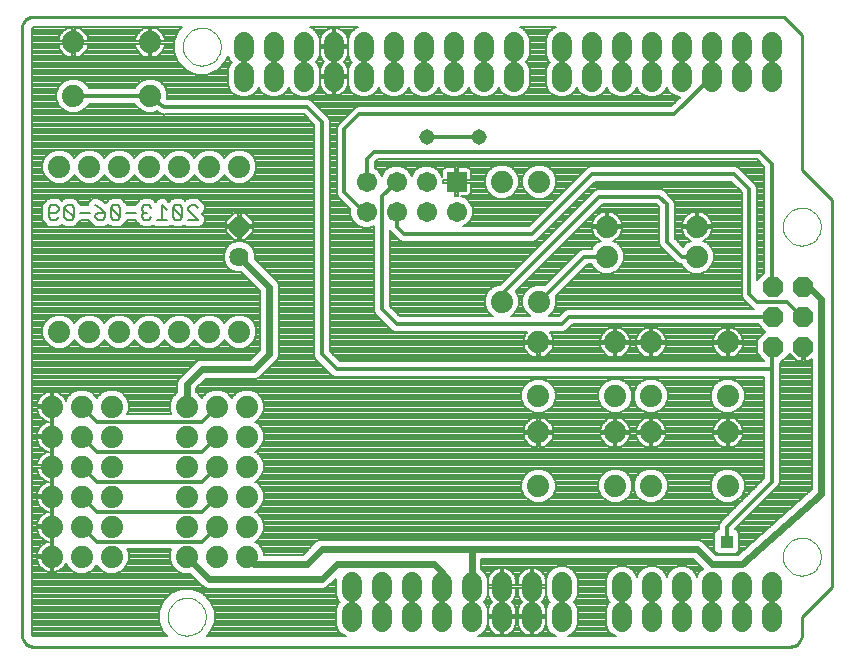
<source format=gbl>
G75*
G70*
%OFA0B0*%
%FSLAX24Y24*%
%IPPOS*%
%LPD*%
%AMOC8*
5,1,8,0,0,1.08239X$1,22.5*
%
%ADD10C,0.0100*%
%ADD11C,0.0080*%
%ADD12C,0.0000*%
%ADD13OC8,0.0694*%
%ADD14C,0.0655*%
%ADD15R,0.0674X0.0674*%
%ADD16C,0.0674*%
%ADD17C,0.0740*%
%ADD18OC8,0.0640*%
%ADD19C,0.0640*%
%ADD20C,0.0240*%
%ADD21C,0.0120*%
%ADD22C,0.0515*%
%ADD23R,0.0436X0.0436*%
D10*
X000584Y000580D02*
X025796Y000580D01*
X025835Y000582D01*
X025873Y000588D01*
X025910Y000597D01*
X025947Y000610D01*
X025982Y000627D01*
X026015Y000646D01*
X026046Y000669D01*
X026075Y000695D01*
X026101Y000724D01*
X026124Y000755D01*
X026143Y000788D01*
X026160Y000823D01*
X026173Y000860D01*
X026182Y000897D01*
X026188Y000935D01*
X026190Y000974D01*
X026190Y001580D01*
X027190Y002580D01*
X027190Y015480D01*
X026190Y016480D01*
X026190Y020980D01*
X025590Y021580D01*
X000584Y021580D01*
X000545Y021578D01*
X000507Y021572D01*
X000470Y021563D01*
X000433Y021550D01*
X000398Y021533D01*
X000365Y021514D01*
X000334Y021491D01*
X000305Y021465D01*
X000279Y021436D01*
X000256Y021405D01*
X000237Y021372D01*
X000220Y021337D01*
X000207Y021300D01*
X000198Y021263D01*
X000192Y021225D01*
X000190Y021186D01*
X000190Y000974D01*
X000192Y000935D01*
X000198Y000897D01*
X000207Y000860D01*
X000220Y000823D01*
X000237Y000788D01*
X000256Y000755D01*
X000279Y000724D01*
X000305Y000695D01*
X000334Y000669D01*
X000365Y000646D01*
X000398Y000627D01*
X000433Y000610D01*
X000470Y000597D01*
X000507Y000588D01*
X000545Y000582D01*
X000584Y000580D01*
X025190Y011580D02*
X025240Y011580D01*
X025240Y012580D02*
X025190Y012580D01*
X011680Y015080D02*
X011590Y015080D01*
X011690Y016080D02*
X011680Y016080D01*
D11*
X012179Y016280D02*
X012181Y016280D01*
X012180Y016277D02*
X012135Y016384D01*
X011984Y016535D01*
X011950Y016550D01*
X011950Y016722D01*
X012048Y016820D01*
X024682Y016820D01*
X024930Y016572D01*
X024930Y013044D01*
X024700Y012814D01*
X024700Y015882D01*
X024660Y015977D01*
X024160Y016477D01*
X024160Y016477D01*
X024087Y016550D01*
X023992Y016590D01*
X019138Y016590D01*
X019043Y016550D01*
X017082Y014590D01*
X014901Y014590D01*
X014984Y014625D01*
X015135Y014776D01*
X015217Y014973D01*
X015217Y015187D01*
X015135Y015384D01*
X014984Y015535D01*
X014821Y015603D01*
X015036Y015603D01*
X015071Y015612D01*
X015103Y015631D01*
X015129Y015657D01*
X015148Y015689D01*
X015157Y015724D01*
X015157Y016040D01*
X014720Y016040D01*
X014720Y016120D01*
X014640Y016120D01*
X014640Y016557D01*
X014324Y016557D01*
X014289Y016548D01*
X014257Y016529D01*
X014231Y016503D01*
X014212Y016471D01*
X014203Y016436D01*
X014203Y016221D01*
X014135Y016384D01*
X013984Y016535D01*
X013787Y016617D01*
X013573Y016617D01*
X013376Y016535D01*
X013225Y016384D01*
X013180Y016277D01*
X013135Y016384D01*
X012984Y016535D01*
X012787Y016617D01*
X012573Y016617D01*
X012376Y016535D01*
X012225Y016384D01*
X012180Y016277D01*
X012146Y016359D02*
X012214Y016359D01*
X012277Y016437D02*
X012083Y016437D01*
X012004Y016516D02*
X012356Y016516D01*
X012517Y016594D02*
X011950Y016594D01*
X011950Y016673D02*
X024830Y016673D01*
X024751Y016751D02*
X011979Y016751D01*
X012843Y016594D02*
X013517Y016594D01*
X013356Y016516D02*
X013004Y016516D01*
X013083Y016437D02*
X013277Y016437D01*
X013214Y016359D02*
X013146Y016359D01*
X013179Y016280D02*
X013181Y016280D01*
X013843Y016594D02*
X015942Y016594D01*
X015867Y016563D02*
X016077Y016650D01*
X016303Y016650D01*
X016513Y016563D01*
X016673Y016403D01*
X016760Y016193D01*
X016760Y015967D01*
X016673Y015757D01*
X016513Y015597D01*
X016303Y015510D01*
X016077Y015510D01*
X015867Y015597D01*
X015707Y015757D01*
X015620Y015967D01*
X015620Y016193D01*
X015707Y016403D01*
X015867Y016563D01*
X015819Y016516D02*
X015117Y016516D01*
X015129Y016503D02*
X015103Y016529D01*
X015071Y016548D01*
X015036Y016557D01*
X014720Y016557D01*
X014720Y016120D01*
X015157Y016120D01*
X015157Y016436D01*
X015148Y016471D01*
X015129Y016503D01*
X015157Y016437D02*
X015741Y016437D01*
X015688Y016359D02*
X015157Y016359D01*
X015157Y016280D02*
X015656Y016280D01*
X015623Y016202D02*
X015157Y016202D01*
X015157Y016123D02*
X015620Y016123D01*
X015620Y016045D02*
X014720Y016045D01*
X014720Y016040D02*
X014720Y015617D01*
X014640Y015617D01*
X014640Y016040D01*
X014217Y016040D01*
X014217Y016120D01*
X014640Y016120D01*
X014640Y016040D01*
X014720Y016040D01*
X014720Y015966D02*
X014640Y015966D01*
X014640Y015888D02*
X014720Y015888D01*
X014720Y015809D02*
X014640Y015809D01*
X014640Y015731D02*
X014720Y015731D01*
X014720Y015652D02*
X014640Y015652D01*
X014892Y015574D02*
X015923Y015574D01*
X015812Y015652D02*
X015124Y015652D01*
X015157Y015731D02*
X015733Y015731D01*
X015685Y015809D02*
X015157Y015809D01*
X015157Y015888D02*
X015653Y015888D01*
X015620Y015966D02*
X015157Y015966D01*
X014720Y016123D02*
X014640Y016123D01*
X014640Y016045D02*
X014217Y016045D01*
X014203Y016280D02*
X014179Y016280D01*
X014203Y016359D02*
X014146Y016359D01*
X014203Y016437D02*
X014083Y016437D01*
X014004Y016516D02*
X014243Y016516D01*
X014640Y016516D02*
X014720Y016516D01*
X014720Y016437D02*
X014640Y016437D01*
X014640Y016359D02*
X014720Y016359D01*
X014720Y016280D02*
X014640Y016280D01*
X014640Y016202D02*
X014720Y016202D01*
X015025Y015495D02*
X017987Y015495D01*
X017909Y015417D02*
X015103Y015417D01*
X015155Y015338D02*
X017830Y015338D01*
X017752Y015260D02*
X015187Y015260D01*
X015217Y015181D02*
X017673Y015181D01*
X017595Y015103D02*
X015217Y015103D01*
X015217Y015024D02*
X017516Y015024D01*
X017438Y014946D02*
X015206Y014946D01*
X015173Y014867D02*
X017359Y014867D01*
X017281Y014789D02*
X015141Y014789D01*
X015070Y014710D02*
X017202Y014710D01*
X017124Y014632D02*
X014991Y014632D01*
X016457Y015574D02*
X017173Y015574D01*
X017117Y015597D02*
X017327Y015510D01*
X017553Y015510D01*
X017763Y015597D01*
X017923Y015757D01*
X018010Y015967D01*
X018010Y016193D01*
X017923Y016403D01*
X017763Y016563D01*
X017553Y016650D01*
X017327Y016650D01*
X017117Y016563D01*
X016957Y016403D01*
X016870Y016193D01*
X016870Y015967D01*
X016957Y015757D01*
X017117Y015597D01*
X017062Y015652D02*
X016568Y015652D01*
X016647Y015731D02*
X016983Y015731D01*
X016935Y015809D02*
X016695Y015809D01*
X016727Y015888D02*
X016903Y015888D01*
X016870Y015966D02*
X016760Y015966D01*
X016760Y016045D02*
X016870Y016045D01*
X016870Y016123D02*
X016760Y016123D01*
X016757Y016202D02*
X016873Y016202D01*
X016906Y016280D02*
X016724Y016280D01*
X016692Y016359D02*
X016938Y016359D01*
X016991Y016437D02*
X016639Y016437D01*
X016561Y016516D02*
X017069Y016516D01*
X017192Y016594D02*
X016438Y016594D01*
X017688Y016594D02*
X024908Y016594D01*
X024930Y016516D02*
X024122Y016516D01*
X024201Y016437D02*
X024930Y016437D01*
X024930Y016359D02*
X024279Y016359D01*
X024358Y016280D02*
X024930Y016280D01*
X024930Y016202D02*
X024436Y016202D01*
X024515Y016123D02*
X024930Y016123D01*
X024930Y016045D02*
X024593Y016045D01*
X024665Y015966D02*
X024930Y015966D01*
X024930Y015888D02*
X024698Y015888D01*
X024700Y015809D02*
X024930Y015809D01*
X024930Y015731D02*
X024700Y015731D01*
X024700Y015652D02*
X024930Y015652D01*
X024930Y015574D02*
X024700Y015574D01*
X024700Y015495D02*
X024930Y015495D01*
X024930Y015417D02*
X024700Y015417D01*
X024700Y015338D02*
X024930Y015338D01*
X024930Y015260D02*
X024700Y015260D01*
X024700Y015181D02*
X024930Y015181D01*
X024930Y015103D02*
X024700Y015103D01*
X024700Y015024D02*
X024930Y015024D01*
X024930Y014946D02*
X024700Y014946D01*
X024700Y014867D02*
X024930Y014867D01*
X024930Y014789D02*
X024700Y014789D01*
X024700Y014710D02*
X024930Y014710D01*
X024930Y014632D02*
X024700Y014632D01*
X024700Y014553D02*
X024930Y014553D01*
X024930Y014475D02*
X024700Y014475D01*
X024700Y014396D02*
X024930Y014396D01*
X024930Y014318D02*
X024700Y014318D01*
X024700Y014239D02*
X024930Y014239D01*
X024930Y014161D02*
X024700Y014161D01*
X024700Y014082D02*
X024930Y014082D01*
X024930Y014004D02*
X024700Y014004D01*
X024700Y013925D02*
X024930Y013925D01*
X024930Y013847D02*
X024700Y013847D01*
X024700Y013768D02*
X024930Y013768D01*
X024930Y013690D02*
X024700Y013690D01*
X024700Y013611D02*
X024930Y013611D01*
X024930Y013533D02*
X024700Y013533D01*
X024700Y013454D02*
X024930Y013454D01*
X024930Y013376D02*
X024700Y013376D01*
X024700Y013297D02*
X024930Y013297D01*
X024930Y013219D02*
X024700Y013219D01*
X024700Y013140D02*
X024930Y013140D01*
X024930Y013062D02*
X024700Y013062D01*
X024700Y012983D02*
X024869Y012983D01*
X024791Y012905D02*
X024700Y012905D01*
X024700Y012826D02*
X024712Y012826D01*
X024180Y012826D02*
X018554Y012826D01*
X018632Y012905D02*
X024180Y012905D01*
X024180Y012983D02*
X018711Y012983D01*
X018789Y013062D02*
X019452Y013062D01*
X019367Y013097D02*
X019207Y013257D01*
X019181Y013320D01*
X019048Y013320D01*
X017984Y012256D01*
X018010Y012193D01*
X018010Y011967D01*
X017923Y011757D01*
X017763Y011597D01*
X017747Y011590D01*
X018082Y011590D01*
X018293Y011800D01*
X018388Y011840D01*
X024590Y011840D01*
X024543Y011860D01*
X024470Y011933D01*
X024470Y011933D01*
X024293Y012110D01*
X024293Y012110D01*
X024220Y012183D01*
X024180Y012278D01*
X024180Y015722D01*
X023832Y016070D01*
X019298Y016070D01*
X017337Y014110D01*
X017242Y014070D01*
X012888Y014070D01*
X012793Y014110D01*
X012543Y014360D01*
X012470Y014433D01*
X012450Y014480D01*
X012450Y011938D01*
X012798Y011590D01*
X015883Y011590D01*
X015867Y011597D01*
X015707Y011757D01*
X015620Y011967D01*
X015620Y012193D01*
X015707Y012403D01*
X015867Y012563D01*
X016077Y012650D01*
X016142Y012650D01*
X019220Y015727D01*
X019293Y015800D01*
X019388Y015840D01*
X021492Y015840D01*
X021587Y015800D01*
X021910Y015477D01*
X021950Y015382D01*
X021950Y014188D01*
X022221Y013917D01*
X022367Y014063D01*
X022485Y014112D01*
X022423Y014144D01*
X022358Y014191D01*
X022301Y014248D01*
X022254Y014313D01*
X022217Y014384D01*
X022193Y014461D01*
X022180Y014540D01*
X022180Y014540D01*
X022650Y014540D01*
X022650Y014620D01*
X022650Y015090D01*
X022650Y015090D01*
X022571Y015077D01*
X022494Y015053D01*
X022423Y015016D01*
X022358Y014969D01*
X022301Y014912D01*
X022254Y014847D01*
X022217Y014776D01*
X022193Y014699D01*
X022180Y014620D01*
X022650Y014620D01*
X022730Y014620D01*
X022730Y015090D01*
X022730Y015090D01*
X022809Y015077D01*
X022886Y015053D01*
X022957Y015016D01*
X023022Y014969D01*
X023079Y014912D01*
X023126Y014847D01*
X023163Y014776D01*
X023187Y014699D01*
X023200Y014620D01*
X023200Y014620D01*
X022730Y014620D01*
X022730Y014540D01*
X023200Y014540D01*
X023200Y014540D01*
X023187Y014461D01*
X023163Y014384D01*
X023126Y014313D01*
X023079Y014248D01*
X023022Y014191D01*
X022957Y014144D01*
X022895Y014112D01*
X023013Y014063D01*
X023173Y013903D01*
X023260Y013693D01*
X023260Y013467D01*
X023173Y013257D01*
X023013Y013097D01*
X022803Y013010D01*
X022577Y013010D01*
X022367Y013097D01*
X022207Y013257D01*
X022181Y013320D01*
X022138Y013320D01*
X022043Y013360D01*
X021543Y013860D01*
X021543Y013860D01*
X021470Y013933D01*
X021430Y014028D01*
X021430Y015222D01*
X021332Y015320D01*
X019548Y015320D01*
X016652Y012424D01*
X016673Y012403D01*
X016760Y012193D01*
X016760Y011967D01*
X016673Y011757D01*
X016513Y011597D01*
X016497Y011590D01*
X017133Y011590D01*
X017117Y011597D01*
X016957Y011757D01*
X016870Y011967D01*
X016870Y012193D01*
X016957Y012403D01*
X017117Y012563D01*
X017327Y012650D01*
X017553Y012650D01*
X017616Y012624D01*
X018720Y013727D01*
X018793Y013800D01*
X018888Y013840D01*
X019181Y013840D01*
X019207Y013903D01*
X019367Y014063D01*
X019485Y014112D01*
X019423Y014144D01*
X019358Y014191D01*
X019301Y014248D01*
X019254Y014313D01*
X019217Y014384D01*
X019193Y014461D01*
X019180Y014540D01*
X019180Y014540D01*
X019650Y014540D01*
X019650Y014620D01*
X019650Y015090D01*
X019650Y015090D01*
X019571Y015077D01*
X019494Y015053D01*
X019423Y015016D01*
X019358Y014969D01*
X019301Y014912D01*
X019254Y014847D01*
X019217Y014776D01*
X019193Y014699D01*
X019180Y014620D01*
X019650Y014620D01*
X019730Y014620D01*
X020200Y014620D01*
X020200Y014620D01*
X020187Y014699D01*
X020163Y014776D01*
X020126Y014847D01*
X020079Y014912D01*
X020022Y014969D01*
X019957Y015016D01*
X019886Y015053D01*
X019809Y015077D01*
X019730Y015090D01*
X019730Y014620D01*
X019730Y014540D01*
X020200Y014540D01*
X020200Y014540D01*
X020187Y014461D01*
X020163Y014384D01*
X020126Y014313D01*
X020079Y014248D01*
X020022Y014191D01*
X019957Y014144D01*
X019895Y014112D01*
X020013Y014063D01*
X020173Y013903D01*
X020260Y013693D01*
X020260Y013467D01*
X020173Y013257D01*
X020013Y013097D01*
X019803Y013010D01*
X019577Y013010D01*
X019367Y013097D01*
X019324Y013140D02*
X018868Y013140D01*
X018946Y013219D02*
X019245Y013219D01*
X019190Y013297D02*
X019025Y013297D01*
X018682Y013690D02*
X017917Y013690D01*
X017996Y013768D02*
X018760Y013768D01*
X018603Y013611D02*
X017839Y013611D01*
X017760Y013533D02*
X018525Y013533D01*
X018446Y013454D02*
X017682Y013454D01*
X017603Y013376D02*
X018368Y013376D01*
X018289Y013297D02*
X017525Y013297D01*
X017446Y013219D02*
X018211Y013219D01*
X018132Y013140D02*
X017368Y013140D01*
X017289Y013062D02*
X018054Y013062D01*
X017975Y012983D02*
X017211Y012983D01*
X017132Y012905D02*
X017897Y012905D01*
X017818Y012826D02*
X017054Y012826D01*
X016975Y012748D02*
X017740Y012748D01*
X017661Y012669D02*
X016897Y012669D01*
X016818Y012591D02*
X017183Y012591D01*
X017066Y012512D02*
X016740Y012512D01*
X016661Y012434D02*
X016987Y012434D01*
X016937Y012355D02*
X016693Y012355D01*
X016726Y012277D02*
X016904Y012277D01*
X016872Y012198D02*
X016758Y012198D01*
X016760Y012120D02*
X016870Y012120D01*
X016870Y012041D02*
X016760Y012041D01*
X016758Y011963D02*
X016872Y011963D01*
X016904Y011884D02*
X016726Y011884D01*
X016693Y011806D02*
X016937Y011806D01*
X016987Y011727D02*
X016643Y011727D01*
X016565Y011649D02*
X017065Y011649D01*
X017815Y011649D02*
X018141Y011649D01*
X018219Y011727D02*
X017893Y011727D01*
X017943Y011806D02*
X018305Y011806D01*
X018008Y011963D02*
X024440Y011963D01*
X024361Y012041D02*
X018010Y012041D01*
X018010Y012120D02*
X024283Y012120D01*
X024213Y012198D02*
X018008Y012198D01*
X018004Y012277D02*
X024181Y012277D01*
X024180Y012355D02*
X018083Y012355D01*
X018161Y012434D02*
X024180Y012434D01*
X024180Y012512D02*
X018240Y012512D01*
X018318Y012591D02*
X024180Y012591D01*
X024180Y012669D02*
X018397Y012669D01*
X018475Y012748D02*
X024180Y012748D01*
X024180Y013062D02*
X022928Y013062D01*
X023056Y013140D02*
X024180Y013140D01*
X024180Y013219D02*
X023135Y013219D01*
X023190Y013297D02*
X024180Y013297D01*
X024180Y013376D02*
X023222Y013376D01*
X023255Y013454D02*
X024180Y013454D01*
X024180Y013533D02*
X023260Y013533D01*
X023260Y013611D02*
X024180Y013611D01*
X024180Y013690D02*
X023260Y013690D01*
X023229Y013768D02*
X024180Y013768D01*
X024180Y013847D02*
X023197Y013847D01*
X023151Y013925D02*
X024180Y013925D01*
X024180Y014004D02*
X023073Y014004D01*
X022967Y014082D02*
X024180Y014082D01*
X024180Y014161D02*
X022980Y014161D01*
X023070Y014239D02*
X024180Y014239D01*
X024180Y014318D02*
X023129Y014318D01*
X023166Y014396D02*
X024180Y014396D01*
X024180Y014475D02*
X023190Y014475D01*
X023198Y014632D02*
X024180Y014632D01*
X024180Y014710D02*
X023184Y014710D01*
X023156Y014789D02*
X024180Y014789D01*
X024180Y014867D02*
X023112Y014867D01*
X023046Y014946D02*
X024180Y014946D01*
X024180Y015024D02*
X022942Y015024D01*
X022730Y015024D02*
X022650Y015024D01*
X022650Y014946D02*
X022730Y014946D01*
X022730Y014867D02*
X022650Y014867D01*
X022650Y014789D02*
X022730Y014789D01*
X022730Y014710D02*
X022650Y014710D01*
X022650Y014632D02*
X022730Y014632D01*
X022730Y014553D02*
X024180Y014553D01*
X024180Y015103D02*
X021950Y015103D01*
X021950Y015181D02*
X024180Y015181D01*
X024180Y015260D02*
X021950Y015260D01*
X021950Y015338D02*
X024180Y015338D01*
X024180Y015417D02*
X021936Y015417D01*
X021893Y015495D02*
X024180Y015495D01*
X024180Y015574D02*
X021814Y015574D01*
X021736Y015652D02*
X024180Y015652D01*
X024172Y015731D02*
X021657Y015731D01*
X021566Y015809D02*
X024093Y015809D01*
X024015Y015888D02*
X019115Y015888D01*
X019194Y015966D02*
X023936Y015966D01*
X023858Y016045D02*
X019272Y016045D01*
X019314Y015809D02*
X019037Y015809D01*
X018958Y015731D02*
X019223Y015731D01*
X019144Y015652D02*
X018880Y015652D01*
X018801Y015574D02*
X019066Y015574D01*
X018987Y015495D02*
X018723Y015495D01*
X018644Y015417D02*
X018909Y015417D01*
X018830Y015338D02*
X018566Y015338D01*
X018487Y015260D02*
X018752Y015260D01*
X018673Y015181D02*
X018409Y015181D01*
X018330Y015103D02*
X018595Y015103D01*
X018516Y015024D02*
X018252Y015024D01*
X018173Y014946D02*
X018438Y014946D01*
X018359Y014867D02*
X018095Y014867D01*
X018016Y014789D02*
X018281Y014789D01*
X018202Y014710D02*
X017938Y014710D01*
X017859Y014632D02*
X018124Y014632D01*
X018045Y014553D02*
X017781Y014553D01*
X017702Y014475D02*
X017967Y014475D01*
X017888Y014396D02*
X017624Y014396D01*
X017545Y014318D02*
X017810Y014318D01*
X017731Y014239D02*
X017467Y014239D01*
X017388Y014161D02*
X017653Y014161D01*
X017574Y014082D02*
X017271Y014082D01*
X017417Y013925D02*
X012450Y013925D01*
X012450Y013847D02*
X017339Y013847D01*
X017260Y013768D02*
X012450Y013768D01*
X012450Y013690D02*
X017182Y013690D01*
X017103Y013611D02*
X012450Y013611D01*
X012450Y013533D02*
X017025Y013533D01*
X016946Y013454D02*
X012450Y013454D01*
X012450Y013376D02*
X016868Y013376D01*
X016789Y013297D02*
X012450Y013297D01*
X012450Y013219D02*
X016711Y013219D01*
X016632Y013140D02*
X012450Y013140D01*
X012450Y013062D02*
X016554Y013062D01*
X016475Y012983D02*
X012450Y012983D01*
X012450Y012905D02*
X016397Y012905D01*
X016318Y012826D02*
X012450Y012826D01*
X012450Y012748D02*
X016240Y012748D01*
X016161Y012669D02*
X012450Y012669D01*
X012450Y012591D02*
X015933Y012591D01*
X015816Y012512D02*
X012450Y012512D01*
X012450Y012434D02*
X015737Y012434D01*
X015687Y012355D02*
X012450Y012355D01*
X012450Y012277D02*
X015654Y012277D01*
X015622Y012198D02*
X012450Y012198D01*
X012450Y012120D02*
X015620Y012120D01*
X015620Y012041D02*
X012450Y012041D01*
X012450Y011963D02*
X015622Y011963D01*
X015654Y011884D02*
X012504Y011884D01*
X012582Y011806D02*
X015687Y011806D01*
X015737Y011727D02*
X012661Y011727D01*
X012739Y011649D02*
X015815Y011649D01*
X016974Y010987D02*
X016937Y010916D01*
X016913Y010839D01*
X016900Y010760D01*
X017370Y010760D01*
X017370Y010680D01*
X017450Y010680D01*
X017450Y010760D01*
X017920Y010760D01*
X017920Y010760D01*
X017907Y010839D01*
X017883Y010916D01*
X017846Y010987D01*
X017799Y011052D01*
X017781Y011070D01*
X018242Y011070D01*
X018337Y011110D01*
X018410Y011183D01*
X018548Y011320D01*
X024726Y011320D01*
X024966Y011080D01*
X024693Y010807D01*
X024693Y010353D01*
X024930Y010116D01*
X024930Y010090D01*
X010798Y010090D01*
X010450Y010438D01*
X010450Y018132D01*
X010410Y018227D01*
X009910Y018727D01*
X009837Y018800D01*
X009742Y018840D01*
X005040Y018840D01*
X005040Y019053D01*
X004953Y019263D01*
X007083Y019263D01*
X007063Y019311D02*
X007143Y019118D01*
X007291Y018969D01*
X007485Y018889D01*
X007695Y018889D01*
X007889Y018969D01*
X008037Y019118D01*
X008090Y019245D01*
X008143Y019118D01*
X008291Y018969D01*
X008485Y018889D01*
X008695Y018889D01*
X008889Y018969D01*
X009037Y019118D01*
X009090Y019245D01*
X009143Y019118D01*
X009291Y018969D01*
X009485Y018889D01*
X009695Y018889D01*
X009889Y018969D01*
X010037Y019118D01*
X010117Y019311D01*
X010117Y019849D01*
X010037Y020042D01*
X009999Y020080D01*
X010037Y020118D01*
X010117Y020311D01*
X010117Y020849D01*
X010037Y021042D01*
X009889Y021191D01*
X009794Y021230D01*
X011386Y021230D01*
X011291Y021191D01*
X011143Y021042D01*
X011063Y020849D01*
X011063Y020311D01*
X011143Y020118D01*
X011181Y020080D01*
X011143Y020042D01*
X011063Y019849D01*
X011063Y019311D01*
X011143Y019118D01*
X011291Y018969D01*
X011485Y018889D01*
X011695Y018889D01*
X011889Y018969D01*
X012037Y019118D01*
X012090Y019245D01*
X012143Y019118D01*
X012291Y018969D01*
X012485Y018889D01*
X012695Y018889D01*
X012889Y018969D01*
X013037Y019118D01*
X013090Y019245D01*
X013143Y019118D01*
X013291Y018969D01*
X013485Y018889D01*
X013695Y018889D01*
X013889Y018969D01*
X014037Y019118D01*
X014090Y019245D01*
X014143Y019118D01*
X014291Y018969D01*
X014485Y018889D01*
X014695Y018889D01*
X014889Y018969D01*
X015037Y019118D01*
X015090Y019245D01*
X015143Y019118D01*
X015291Y018969D01*
X015485Y018889D01*
X015695Y018889D01*
X015889Y018969D01*
X016037Y019118D01*
X016090Y019245D01*
X016143Y019118D01*
X016291Y018969D01*
X016485Y018889D01*
X016695Y018889D01*
X016889Y018969D01*
X017037Y019118D01*
X017117Y019311D01*
X017117Y019849D01*
X017037Y020042D01*
X016999Y020080D01*
X017037Y020118D01*
X017117Y020311D01*
X017117Y020849D01*
X017037Y021042D01*
X016889Y021191D01*
X016794Y021230D01*
X017986Y021230D01*
X017891Y021191D01*
X017743Y021042D01*
X017663Y020849D01*
X017663Y020311D01*
X017743Y020118D01*
X017781Y020080D01*
X017743Y020042D01*
X017663Y019849D01*
X017663Y019311D01*
X017743Y019118D01*
X017891Y018969D01*
X018085Y018889D01*
X018295Y018889D01*
X018489Y018969D01*
X018637Y019118D01*
X018690Y019245D01*
X018743Y019118D01*
X018891Y018969D01*
X019085Y018889D01*
X019295Y018889D01*
X019489Y018969D01*
X019637Y019118D01*
X019690Y019245D01*
X019743Y019118D01*
X019891Y018969D01*
X020085Y018889D01*
X020295Y018889D01*
X020489Y018969D01*
X020637Y019118D01*
X020690Y019245D01*
X020743Y019118D01*
X020891Y018969D01*
X021085Y018889D01*
X021295Y018889D01*
X021489Y018969D01*
X021637Y019118D01*
X021690Y019245D01*
X021743Y019118D01*
X021891Y018969D01*
X022085Y018889D01*
X022131Y018889D01*
X021832Y018590D01*
X011388Y018590D01*
X011293Y018550D01*
X010793Y018050D01*
X010720Y017977D01*
X010680Y017882D01*
X010680Y015678D01*
X010720Y015583D01*
X010793Y015510D01*
X011143Y015159D01*
X011143Y014973D01*
X011225Y014776D01*
X011376Y014625D01*
X011573Y014543D01*
X011787Y014543D01*
X011930Y014602D01*
X011930Y011778D01*
X011970Y011683D01*
X012470Y011183D01*
X012543Y011110D01*
X012638Y011070D01*
X017039Y011070D01*
X017021Y011052D01*
X016974Y010987D01*
X016998Y011021D02*
X010450Y011021D01*
X010450Y011099D02*
X012568Y011099D01*
X012475Y011178D02*
X010450Y011178D01*
X010450Y011256D02*
X012396Y011256D01*
X012318Y011335D02*
X010450Y011335D01*
X010450Y011413D02*
X012239Y011413D01*
X012161Y011492D02*
X010450Y011492D01*
X010450Y011570D02*
X012082Y011570D01*
X012004Y011649D02*
X010450Y011649D01*
X010450Y011727D02*
X011951Y011727D01*
X011930Y011806D02*
X010450Y011806D01*
X010450Y011884D02*
X011930Y011884D01*
X011930Y011963D02*
X010450Y011963D01*
X010450Y012041D02*
X011930Y012041D01*
X011930Y012120D02*
X010450Y012120D01*
X010450Y012198D02*
X011930Y012198D01*
X011930Y012277D02*
X010450Y012277D01*
X010450Y012355D02*
X011930Y012355D01*
X011930Y012434D02*
X010450Y012434D01*
X010450Y012512D02*
X011930Y012512D01*
X011930Y012591D02*
X010450Y012591D01*
X010450Y012669D02*
X011930Y012669D01*
X011930Y012748D02*
X010450Y012748D01*
X010450Y012826D02*
X011930Y012826D01*
X011930Y012905D02*
X010450Y012905D01*
X010450Y012983D02*
X011930Y012983D01*
X011930Y013062D02*
X010450Y013062D01*
X010450Y013140D02*
X011930Y013140D01*
X011930Y013219D02*
X010450Y013219D01*
X010450Y013297D02*
X011930Y013297D01*
X011930Y013376D02*
X010450Y013376D01*
X010450Y013454D02*
X011930Y013454D01*
X011930Y013533D02*
X010450Y013533D01*
X010450Y013611D02*
X011930Y013611D01*
X011930Y013690D02*
X010450Y013690D01*
X010450Y013768D02*
X011930Y013768D01*
X011930Y013847D02*
X010450Y013847D01*
X010450Y013925D02*
X011930Y013925D01*
X011930Y014004D02*
X010450Y014004D01*
X010450Y014082D02*
X011930Y014082D01*
X011930Y014161D02*
X010450Y014161D01*
X010450Y014239D02*
X011930Y014239D01*
X011930Y014318D02*
X010450Y014318D01*
X010450Y014396D02*
X011930Y014396D01*
X011930Y014475D02*
X010450Y014475D01*
X010450Y014553D02*
X011549Y014553D01*
X011369Y014632D02*
X010450Y014632D01*
X010450Y014710D02*
X011290Y014710D01*
X011219Y014789D02*
X010450Y014789D01*
X010450Y014867D02*
X011187Y014867D01*
X011154Y014946D02*
X010450Y014946D01*
X010450Y015024D02*
X011143Y015024D01*
X011143Y015103D02*
X010450Y015103D01*
X010450Y015181D02*
X011121Y015181D01*
X011043Y015260D02*
X010450Y015260D01*
X010450Y015338D02*
X010964Y015338D01*
X010886Y015417D02*
X010450Y015417D01*
X010450Y015495D02*
X010807Y015495D01*
X010793Y015510D02*
X010793Y015510D01*
X010729Y015574D02*
X010450Y015574D01*
X010450Y015652D02*
X010691Y015652D01*
X010680Y015731D02*
X010450Y015731D01*
X010450Y015809D02*
X010680Y015809D01*
X010680Y015888D02*
X010450Y015888D01*
X010450Y015966D02*
X010680Y015966D01*
X010680Y016045D02*
X010450Y016045D01*
X010450Y016123D02*
X010680Y016123D01*
X010680Y016202D02*
X010450Y016202D01*
X010450Y016280D02*
X010680Y016280D01*
X010680Y016359D02*
X010450Y016359D01*
X010450Y016437D02*
X010680Y016437D01*
X010680Y016516D02*
X010450Y016516D01*
X010450Y016594D02*
X010680Y016594D01*
X010680Y016673D02*
X010450Y016673D01*
X010450Y016751D02*
X010680Y016751D01*
X010680Y016830D02*
X010450Y016830D01*
X010450Y016908D02*
X010680Y016908D01*
X010680Y016987D02*
X010450Y016987D01*
X010450Y017065D02*
X010680Y017065D01*
X010680Y017144D02*
X010450Y017144D01*
X010450Y017222D02*
X010680Y017222D01*
X010680Y017301D02*
X010450Y017301D01*
X010450Y017379D02*
X010680Y017379D01*
X010680Y017458D02*
X010450Y017458D01*
X010450Y017536D02*
X010680Y017536D01*
X010680Y017615D02*
X010450Y017615D01*
X010450Y017693D02*
X010680Y017693D01*
X010680Y017772D02*
X010450Y017772D01*
X010450Y017850D02*
X010680Y017850D01*
X010699Y017929D02*
X010450Y017929D01*
X010450Y018007D02*
X010749Y018007D01*
X010828Y018086D02*
X010450Y018086D01*
X010437Y018164D02*
X010906Y018164D01*
X010985Y018243D02*
X010395Y018243D01*
X010317Y018321D02*
X011063Y018321D01*
X011142Y018400D02*
X010238Y018400D01*
X010160Y018478D02*
X011220Y018478D01*
X011308Y018557D02*
X010081Y018557D01*
X010003Y018635D02*
X021877Y018635D01*
X021956Y018714D02*
X009924Y018714D01*
X009846Y018792D02*
X022034Y018792D01*
X022113Y018871D02*
X005040Y018871D01*
X005040Y018949D02*
X007340Y018949D01*
X007233Y019028D02*
X005040Y019028D01*
X005018Y019106D02*
X007155Y019106D01*
X007115Y019185D02*
X004986Y019185D01*
X004953Y019263D02*
X004793Y019423D01*
X004583Y019510D01*
X004357Y019510D01*
X004147Y019423D01*
X003987Y019263D01*
X002393Y019263D01*
X002233Y019423D01*
X002023Y019510D01*
X001797Y019510D01*
X001587Y019423D01*
X001427Y019263D01*
X000540Y019263D01*
X000540Y019185D02*
X001394Y019185D01*
X001427Y019263D02*
X001340Y019053D01*
X001340Y018827D01*
X001427Y018617D01*
X001587Y018457D01*
X001797Y018370D01*
X002023Y018370D01*
X002233Y018457D01*
X002393Y018617D01*
X002419Y018680D01*
X003961Y018680D01*
X003987Y018617D01*
X004147Y018457D01*
X004357Y018370D01*
X004583Y018370D01*
X004708Y018422D01*
X004775Y018378D01*
X004793Y018360D01*
X004818Y018349D01*
X004840Y018335D01*
X004865Y018330D01*
X004888Y018320D01*
X004915Y018320D01*
X004942Y018315D01*
X004966Y018320D01*
X009582Y018320D01*
X009930Y017972D01*
X009930Y010278D01*
X009970Y010183D01*
X010043Y010110D01*
X010543Y009610D01*
X010638Y009570D01*
X024930Y009570D01*
X024930Y006188D01*
X023543Y004800D01*
X023470Y004727D01*
X023430Y004632D01*
X023430Y004498D01*
X023389Y004498D01*
X023272Y004381D01*
X023272Y003779D01*
X023389Y003662D01*
X023991Y003662D01*
X024108Y003779D01*
X024108Y004381D01*
X023991Y004498D01*
X023976Y004498D01*
X025410Y005933D01*
X025450Y006028D01*
X025450Y010033D01*
X025467Y010033D01*
X025782Y010349D01*
X026038Y010093D01*
X026200Y010093D01*
X026200Y010540D01*
X026280Y010540D01*
X026280Y010093D01*
X026442Y010093D01*
X026520Y010171D01*
X026520Y005824D01*
X024069Y003650D01*
X023323Y003650D01*
X022961Y004011D01*
X022871Y004101D01*
X022754Y004150D01*
X010126Y004150D01*
X010009Y004101D01*
X009557Y003650D01*
X008260Y003650D01*
X008260Y003693D01*
X008173Y003903D01*
X008013Y004063D01*
X007972Y004080D01*
X008013Y004097D01*
X008173Y004257D01*
X008260Y004467D01*
X008260Y004693D01*
X008173Y004903D01*
X008013Y005063D01*
X007972Y005080D01*
X008013Y005097D01*
X008173Y005257D01*
X008260Y005467D01*
X008260Y005693D01*
X008173Y005903D01*
X008013Y006063D01*
X007972Y006080D01*
X008013Y006097D01*
X008173Y006257D01*
X008260Y006467D01*
X008260Y006693D01*
X008173Y006903D01*
X008013Y007063D01*
X007972Y007080D01*
X008013Y007097D01*
X008173Y007257D01*
X008260Y007467D01*
X008260Y007693D01*
X008173Y007903D01*
X008013Y008063D01*
X007972Y008080D01*
X008013Y008097D01*
X008173Y008257D01*
X008260Y008467D01*
X008260Y008693D01*
X008173Y008903D01*
X008013Y009063D01*
X007803Y009150D01*
X007577Y009150D01*
X007367Y009063D01*
X007207Y008903D01*
X007190Y008862D01*
X007173Y008903D01*
X007013Y009063D01*
X006803Y009150D01*
X006577Y009150D01*
X006367Y009063D01*
X006207Y008903D01*
X006190Y008862D01*
X006173Y008903D01*
X006013Y009063D01*
X006010Y009064D01*
X006010Y009197D01*
X006323Y009510D01*
X008004Y009510D01*
X008121Y009559D01*
X008621Y010059D01*
X008711Y010149D01*
X008760Y010266D01*
X008760Y012644D01*
X008711Y012761D01*
X007960Y013513D01*
X007960Y013683D01*
X007881Y013875D01*
X007735Y014021D01*
X007543Y014100D01*
X007337Y014100D01*
X007145Y014021D01*
X006999Y013875D01*
X006920Y013683D01*
X006920Y013477D01*
X006999Y013285D01*
X007145Y013139D01*
X007337Y013060D01*
X007507Y013060D01*
X008120Y012447D01*
X008120Y010463D01*
X007807Y010150D01*
X006126Y010150D01*
X006009Y010101D01*
X005919Y010011D01*
X005419Y009511D01*
X005370Y009394D01*
X005370Y009064D01*
X005367Y009063D01*
X005207Y008903D01*
X005120Y008693D01*
X005120Y008467D01*
X005172Y008340D01*
X003708Y008340D01*
X003760Y008467D01*
X003760Y008693D01*
X003673Y008903D01*
X003513Y009063D01*
X003303Y009150D01*
X003077Y009150D01*
X002867Y009063D01*
X002707Y008903D01*
X002690Y008862D01*
X002673Y008903D01*
X002513Y009063D01*
X002303Y009150D01*
X002077Y009150D01*
X001867Y009063D01*
X001707Y008903D01*
X001658Y008785D01*
X001626Y008847D01*
X001579Y008912D01*
X001522Y008969D01*
X001457Y009016D01*
X001386Y009053D01*
X001309Y009077D01*
X001230Y009090D01*
X001230Y008620D01*
X001150Y008620D01*
X001150Y009090D01*
X001150Y009090D01*
X001071Y009077D01*
X000994Y009053D01*
X000923Y009016D01*
X000858Y008969D01*
X000801Y008912D01*
X000754Y008847D01*
X000717Y008776D01*
X000693Y008699D01*
X000680Y008620D01*
X001150Y008620D01*
X001150Y008540D01*
X000680Y008540D01*
X000680Y008540D01*
X000693Y008461D01*
X000717Y008384D01*
X000754Y008313D01*
X000801Y008248D01*
X000858Y008191D01*
X000923Y008144D01*
X000994Y008107D01*
X001071Y008083D01*
X001087Y008080D01*
X001071Y008077D01*
X000994Y008053D01*
X000923Y008016D01*
X000858Y007969D01*
X000801Y007912D01*
X000754Y007847D01*
X000717Y007776D01*
X000693Y007699D01*
X000680Y007620D01*
X001150Y007620D01*
X001150Y008090D01*
X001150Y008540D01*
X001230Y008540D01*
X001230Y007620D01*
X001150Y007620D01*
X001150Y007540D01*
X000680Y007540D01*
X000680Y007540D01*
X000693Y007461D01*
X000717Y007384D01*
X000754Y007313D01*
X000801Y007248D01*
X000858Y007191D01*
X000923Y007144D01*
X000994Y007107D01*
X001071Y007083D01*
X001087Y007080D01*
X001071Y007077D01*
X000994Y007053D01*
X000923Y007016D01*
X000858Y006969D01*
X000801Y006912D01*
X000754Y006847D01*
X000717Y006776D01*
X000693Y006699D01*
X000680Y006620D01*
X001150Y006620D01*
X001150Y007090D01*
X001150Y007540D01*
X001230Y007540D01*
X001230Y006620D01*
X001150Y006620D01*
X001150Y006540D01*
X000680Y006540D01*
X000680Y006540D01*
X000693Y006461D01*
X000717Y006384D01*
X000754Y006313D01*
X000801Y006248D01*
X000858Y006191D01*
X000923Y006144D01*
X000994Y006107D01*
X001071Y006083D01*
X001087Y006080D01*
X001071Y006077D01*
X000994Y006053D01*
X000923Y006016D01*
X000858Y005969D01*
X000801Y005912D01*
X000754Y005847D01*
X000717Y005776D01*
X000693Y005699D01*
X000680Y005620D01*
X001150Y005620D01*
X001150Y006090D01*
X001150Y006540D01*
X001230Y006540D01*
X001230Y005620D01*
X001150Y005620D01*
X001150Y005540D01*
X000680Y005540D01*
X000680Y005540D01*
X000693Y005461D01*
X000717Y005384D01*
X000754Y005313D01*
X000801Y005248D01*
X000858Y005191D01*
X000923Y005144D01*
X000994Y005107D01*
X001071Y005083D01*
X001087Y005080D01*
X001071Y005077D01*
X000994Y005053D01*
X000923Y005016D01*
X000858Y004969D01*
X000801Y004912D01*
X000754Y004847D01*
X000717Y004776D01*
X000693Y004699D01*
X000680Y004620D01*
X001150Y004620D01*
X001150Y005090D01*
X001150Y005540D01*
X001230Y005540D01*
X001230Y004620D01*
X001150Y004620D01*
X001150Y004540D01*
X000680Y004540D01*
X000680Y004540D01*
X000693Y004461D01*
X000717Y004384D01*
X000754Y004313D01*
X000801Y004248D01*
X000858Y004191D01*
X000923Y004144D01*
X000994Y004107D01*
X001071Y004083D01*
X001087Y004080D01*
X001071Y004077D01*
X000994Y004053D01*
X000923Y004016D01*
X000858Y003969D01*
X000801Y003912D01*
X000754Y003847D01*
X000717Y003776D01*
X000693Y003699D01*
X000680Y003620D01*
X001150Y003620D01*
X001150Y004090D01*
X001150Y004540D01*
X001230Y004540D01*
X001230Y003620D01*
X001150Y003620D01*
X001150Y003540D01*
X001230Y003540D01*
X001230Y003070D01*
X001230Y003070D01*
X001309Y003083D01*
X001386Y003107D01*
X001457Y003144D01*
X001522Y003191D01*
X001579Y003248D01*
X001626Y003313D01*
X001658Y003375D01*
X001707Y003257D01*
X001867Y003097D01*
X002077Y003010D01*
X002303Y003010D01*
X002513Y003097D01*
X002673Y003257D01*
X002690Y003298D01*
X002707Y003257D01*
X002867Y003097D01*
X003077Y003010D01*
X003303Y003010D01*
X003513Y003097D01*
X003673Y003257D01*
X003760Y003467D01*
X003760Y003693D01*
X003708Y003820D01*
X005172Y003820D01*
X005120Y003693D01*
X005120Y003467D01*
X005207Y003257D01*
X005367Y003097D01*
X005577Y003010D01*
X005803Y003010D01*
X005806Y003011D01*
X006169Y002649D01*
X006259Y002559D01*
X006376Y002510D01*
X010254Y002510D01*
X010371Y002559D01*
X010664Y002851D01*
X010663Y002849D01*
X010663Y002311D01*
X010743Y002118D01*
X010781Y002080D01*
X010743Y002042D01*
X010663Y001849D01*
X010663Y001311D01*
X010743Y001118D01*
X010891Y000969D01*
X010986Y000930D01*
X006355Y000930D01*
X006478Y001053D01*
X006620Y001395D01*
X006620Y001765D01*
X006478Y002107D01*
X006217Y002368D01*
X005875Y002510D01*
X005505Y002510D01*
X005163Y002368D01*
X004902Y002107D01*
X004760Y001765D01*
X004760Y001395D01*
X004902Y001053D01*
X005025Y000930D01*
X000584Y000930D01*
X000575Y000931D01*
X000559Y000937D01*
X000547Y000949D01*
X000541Y000965D01*
X000540Y000974D01*
X000540Y021186D01*
X000541Y021195D01*
X000547Y021211D01*
X000559Y021223D01*
X000575Y021229D01*
X000584Y021230D01*
X005525Y021230D01*
X005402Y021107D01*
X005260Y020765D01*
X005260Y020395D01*
X005402Y020053D01*
X005663Y019792D01*
X006005Y019650D01*
X006375Y019650D01*
X006717Y019792D01*
X006978Y020053D01*
X007074Y020284D01*
X007143Y020118D01*
X007181Y020080D01*
X007143Y020042D01*
X007063Y019849D01*
X007063Y019311D01*
X007063Y019342D02*
X004875Y019342D01*
X004796Y019420D02*
X007063Y019420D01*
X007063Y019499D02*
X004611Y019499D01*
X004329Y019499D02*
X002051Y019499D01*
X002236Y019420D02*
X004144Y019420D01*
X004065Y019342D02*
X002315Y019342D01*
X002393Y019263D02*
X002419Y019200D01*
X003961Y019200D01*
X003987Y019263D01*
X003979Y018635D02*
X002401Y018635D01*
X002333Y018557D02*
X004047Y018557D01*
X004126Y018478D02*
X002254Y018478D01*
X002095Y018400D02*
X004285Y018400D01*
X004655Y018400D02*
X004741Y018400D01*
X004886Y018321D02*
X000540Y018321D01*
X000540Y018243D02*
X009660Y018243D01*
X009738Y018164D02*
X000540Y018164D01*
X000540Y018086D02*
X009817Y018086D01*
X009895Y018007D02*
X000540Y018007D01*
X000540Y017929D02*
X009930Y017929D01*
X009930Y017850D02*
X000540Y017850D01*
X000540Y017772D02*
X009930Y017772D01*
X009930Y017693D02*
X000540Y017693D01*
X000540Y017615D02*
X009930Y017615D01*
X009930Y017536D02*
X000540Y017536D01*
X000540Y017458D02*
X009930Y017458D01*
X009930Y017379D02*
X000540Y017379D01*
X000540Y017301D02*
X009930Y017301D01*
X009930Y017222D02*
X000540Y017222D01*
X000540Y017144D02*
X001311Y017144D01*
X001327Y017150D02*
X001117Y017063D01*
X000957Y016903D01*
X000870Y016693D01*
X000870Y016467D01*
X000957Y016257D01*
X001117Y016097D01*
X001327Y016010D01*
X001553Y016010D01*
X001763Y016097D01*
X001923Y016257D01*
X001940Y016298D01*
X001957Y016257D01*
X002117Y016097D01*
X002327Y016010D01*
X002553Y016010D01*
X002763Y016097D01*
X002923Y016257D01*
X002940Y016298D01*
X002957Y016257D01*
X003117Y016097D01*
X003327Y016010D01*
X003553Y016010D01*
X003763Y016097D01*
X003923Y016257D01*
X003940Y016298D01*
X003957Y016257D01*
X004117Y016097D01*
X004327Y016010D01*
X004553Y016010D01*
X004763Y016097D01*
X004923Y016257D01*
X004940Y016298D01*
X004957Y016257D01*
X005117Y016097D01*
X005327Y016010D01*
X005553Y016010D01*
X005763Y016097D01*
X005923Y016257D01*
X005940Y016298D01*
X005957Y016257D01*
X006117Y016097D01*
X006327Y016010D01*
X006553Y016010D01*
X006763Y016097D01*
X006923Y016257D01*
X006940Y016298D01*
X006957Y016257D01*
X007117Y016097D01*
X007327Y016010D01*
X007553Y016010D01*
X007763Y016097D01*
X007923Y016257D01*
X008010Y016467D01*
X008010Y016693D01*
X007923Y016903D01*
X007763Y017063D01*
X007553Y017150D01*
X007327Y017150D01*
X007117Y017063D01*
X006957Y016903D01*
X006940Y016862D01*
X006923Y016903D01*
X006763Y017063D01*
X006553Y017150D01*
X006327Y017150D01*
X006117Y017063D01*
X005957Y016903D01*
X005940Y016862D01*
X005923Y016903D01*
X005763Y017063D01*
X005553Y017150D01*
X005327Y017150D01*
X005117Y017063D01*
X004957Y016903D01*
X004940Y016862D01*
X004923Y016903D01*
X004763Y017063D01*
X004553Y017150D01*
X004327Y017150D01*
X004117Y017063D01*
X003957Y016903D01*
X003940Y016862D01*
X003923Y016903D01*
X003763Y017063D01*
X003553Y017150D01*
X003327Y017150D01*
X003117Y017063D01*
X002957Y016903D01*
X002940Y016862D01*
X002923Y016903D01*
X002763Y017063D01*
X002553Y017150D01*
X002327Y017150D01*
X002117Y017063D01*
X001957Y016903D01*
X001940Y016862D01*
X001923Y016903D01*
X001763Y017063D01*
X001553Y017150D01*
X001327Y017150D01*
X001122Y017065D02*
X000540Y017065D01*
X000540Y016987D02*
X001040Y016987D01*
X000962Y016908D02*
X000540Y016908D01*
X000540Y016830D02*
X000926Y016830D01*
X000894Y016751D02*
X000540Y016751D01*
X000540Y016673D02*
X000870Y016673D01*
X000870Y016594D02*
X000540Y016594D01*
X000540Y016516D02*
X000870Y016516D01*
X000882Y016437D02*
X000540Y016437D01*
X000540Y016359D02*
X000915Y016359D01*
X000947Y016280D02*
X000540Y016280D01*
X000540Y016202D02*
X001012Y016202D01*
X001091Y016123D02*
X000540Y016123D01*
X000540Y016045D02*
X001243Y016045D01*
X001637Y016045D02*
X002243Y016045D01*
X002091Y016123D02*
X001789Y016123D01*
X001868Y016202D02*
X002012Y016202D01*
X001947Y016280D02*
X001933Y016280D01*
X002637Y016045D02*
X003243Y016045D01*
X003091Y016123D02*
X002789Y016123D01*
X002868Y016202D02*
X003012Y016202D01*
X002947Y016280D02*
X002933Y016280D01*
X003637Y016045D02*
X004243Y016045D01*
X004091Y016123D02*
X003789Y016123D01*
X003868Y016202D02*
X004012Y016202D01*
X003947Y016280D02*
X003933Y016280D01*
X004637Y016045D02*
X005243Y016045D01*
X005091Y016123D02*
X004789Y016123D01*
X004868Y016202D02*
X005012Y016202D01*
X004947Y016280D02*
X004933Y016280D01*
X005637Y016045D02*
X006243Y016045D01*
X006091Y016123D02*
X005789Y016123D01*
X005868Y016202D02*
X006012Y016202D01*
X005947Y016280D02*
X005933Y016280D01*
X006637Y016045D02*
X007243Y016045D01*
X007091Y016123D02*
X006789Y016123D01*
X006868Y016202D02*
X007012Y016202D01*
X006947Y016280D02*
X006933Y016280D01*
X007637Y016045D02*
X009930Y016045D01*
X009930Y016123D02*
X007789Y016123D01*
X007868Y016202D02*
X009930Y016202D01*
X009930Y016280D02*
X007933Y016280D01*
X007965Y016359D02*
X009930Y016359D01*
X009930Y016437D02*
X007998Y016437D01*
X008010Y016516D02*
X009930Y016516D01*
X009930Y016594D02*
X008010Y016594D01*
X008010Y016673D02*
X009930Y016673D01*
X009930Y016751D02*
X007986Y016751D01*
X007954Y016830D02*
X009930Y016830D01*
X009930Y016908D02*
X007918Y016908D01*
X007840Y016987D02*
X009930Y016987D01*
X009930Y017065D02*
X007758Y017065D01*
X007569Y017144D02*
X009930Y017144D01*
X009930Y015966D02*
X000540Y015966D01*
X000540Y015888D02*
X009930Y015888D01*
X009930Y015809D02*
X000540Y015809D01*
X000540Y015731D02*
X009930Y015731D01*
X009930Y015652D02*
X000540Y015652D01*
X000540Y015574D02*
X009930Y015574D01*
X009930Y015495D02*
X006109Y015495D01*
X006112Y015494D02*
X006024Y015530D01*
X005768Y015530D01*
X005731Y015515D01*
X005680Y015494D01*
X005678Y015492D01*
X005638Y015452D01*
X005597Y015494D01*
X005508Y015530D01*
X005253Y015530D01*
X005217Y015516D01*
X005165Y015494D01*
X005085Y015414D01*
X005085Y015414D01*
X005083Y015412D01*
X005068Y015426D01*
X005001Y015494D01*
X004913Y015530D01*
X004817Y015530D01*
X004729Y015494D01*
X004662Y015426D01*
X004653Y015406D01*
X004633Y015426D01*
X004565Y015494D01*
X004477Y015530D01*
X004222Y015530D01*
X004186Y015516D01*
X004133Y015494D01*
X004053Y015414D01*
X003986Y015346D01*
X003970Y015309D01*
X003963Y015290D01*
X003705Y015290D01*
X003682Y015346D01*
X003602Y015426D01*
X003534Y015494D01*
X003446Y015530D01*
X003190Y015530D01*
X003155Y015516D01*
X003102Y015494D01*
X003022Y015414D01*
X002980Y015372D01*
X002978Y015374D01*
X002952Y015404D01*
X002945Y015408D01*
X002938Y015414D01*
X002902Y015429D01*
X002707Y015526D01*
X002612Y015533D01*
X002521Y015503D01*
X002449Y015440D01*
X002406Y015355D01*
X002402Y015290D01*
X002158Y015290D01*
X002135Y015346D01*
X002055Y015426D01*
X001987Y015494D01*
X001899Y015530D01*
X001643Y015530D01*
X001608Y015516D01*
X001555Y015494D01*
X001513Y015452D01*
X001472Y015494D01*
X001383Y015530D01*
X001128Y015530D01*
X001090Y015515D01*
X001039Y015494D01*
X001037Y015492D01*
X000959Y015414D01*
X000894Y015349D01*
X000892Y015346D01*
X000877Y015310D01*
X000855Y015258D01*
X000855Y014842D01*
X000876Y014791D01*
X000892Y014754D01*
X000959Y014687D01*
X000959Y014687D01*
X001039Y014607D01*
X001092Y014585D01*
X001128Y014570D01*
X001383Y014570D01*
X001472Y014607D01*
X001513Y014648D01*
X001553Y014609D01*
X001555Y014607D01*
X001555Y014607D01*
X001606Y014586D01*
X001643Y014570D01*
X001899Y014570D01*
X001987Y014607D01*
X002067Y014687D01*
X002135Y014754D01*
X002158Y014810D01*
X002416Y014810D01*
X002423Y014791D01*
X002439Y014754D01*
X002506Y014687D01*
X002506Y014687D01*
X002586Y014607D01*
X002639Y014585D01*
X002675Y014570D01*
X002930Y014570D01*
X003018Y014607D01*
X003060Y014648D01*
X003100Y014609D01*
X003102Y014607D01*
X003102Y014607D01*
X003153Y014586D01*
X003190Y014570D01*
X003446Y014570D01*
X003534Y014607D01*
X003614Y014687D01*
X003682Y014754D01*
X003705Y014810D01*
X003963Y014810D01*
X003971Y014790D01*
X003986Y014754D01*
X003988Y014752D01*
X004053Y014687D01*
X004131Y014609D01*
X004133Y014607D01*
X004133Y014607D01*
X004184Y014586D01*
X004222Y014570D01*
X004477Y014570D01*
X004565Y014607D01*
X004567Y014608D01*
X004569Y014607D01*
X004657Y014570D01*
X005073Y014570D01*
X005161Y014607D01*
X005163Y014608D01*
X005165Y014607D01*
X005215Y014586D01*
X005253Y014570D01*
X005508Y014570D01*
X005597Y014607D01*
X005598Y014608D01*
X005600Y014607D01*
X005688Y014570D01*
X006104Y014570D01*
X006192Y014607D01*
X006260Y014674D01*
X006296Y014762D01*
X006296Y014858D01*
X006260Y014946D01*
X006196Y015010D01*
X006260Y015074D01*
X006296Y015163D01*
X006296Y015258D01*
X006260Y015346D01*
X006112Y015494D01*
X006190Y015417D02*
X009930Y015417D01*
X009930Y015338D02*
X006263Y015338D01*
X006296Y015260D02*
X009930Y015260D01*
X009930Y015181D02*
X006296Y015181D01*
X006272Y015103D02*
X009930Y015103D01*
X009930Y015024D02*
X007646Y015024D01*
X007631Y015040D02*
X007480Y015040D01*
X007480Y014620D01*
X007400Y014620D01*
X007400Y015040D01*
X007249Y015040D01*
X006980Y014771D01*
X006980Y014620D01*
X007400Y014620D01*
X007400Y014540D01*
X006980Y014540D01*
X006980Y014389D01*
X007249Y014120D01*
X007400Y014120D01*
X007400Y014540D01*
X007480Y014540D01*
X007480Y014620D01*
X007900Y014620D01*
X007900Y014771D01*
X007631Y015040D01*
X007725Y014946D02*
X009930Y014946D01*
X009930Y014867D02*
X007803Y014867D01*
X007882Y014789D02*
X009930Y014789D01*
X009930Y014710D02*
X007900Y014710D01*
X007900Y014632D02*
X009930Y014632D01*
X009930Y014553D02*
X007480Y014553D01*
X007480Y014540D02*
X007900Y014540D01*
X007900Y014389D01*
X007631Y014120D01*
X007480Y014120D01*
X007480Y014540D01*
X007480Y014475D02*
X007400Y014475D01*
X007400Y014553D02*
X000540Y014553D01*
X000540Y014475D02*
X006980Y014475D01*
X006980Y014396D02*
X000540Y014396D01*
X000540Y014318D02*
X007052Y014318D01*
X007130Y014239D02*
X000540Y014239D01*
X000540Y014161D02*
X007209Y014161D01*
X007293Y014082D02*
X000540Y014082D01*
X000540Y014004D02*
X007128Y014004D01*
X007050Y013925D02*
X000540Y013925D01*
X000540Y013847D02*
X006988Y013847D01*
X006955Y013768D02*
X000540Y013768D01*
X000540Y013690D02*
X006923Y013690D01*
X006920Y013611D02*
X000540Y013611D01*
X000540Y013533D02*
X006920Y013533D01*
X006929Y013454D02*
X000540Y013454D01*
X000540Y013376D02*
X006962Y013376D01*
X006994Y013297D02*
X000540Y013297D01*
X000540Y013219D02*
X007066Y013219D01*
X007145Y013140D02*
X000540Y013140D01*
X000540Y013062D02*
X007333Y013062D01*
X007584Y012983D02*
X000540Y012983D01*
X000540Y012905D02*
X007663Y012905D01*
X007741Y012826D02*
X000540Y012826D01*
X000540Y012748D02*
X007820Y012748D01*
X007898Y012669D02*
X000540Y012669D01*
X000540Y012591D02*
X007977Y012591D01*
X008055Y012512D02*
X000540Y012512D01*
X000540Y012434D02*
X008120Y012434D01*
X008120Y012355D02*
X000540Y012355D01*
X000540Y012277D02*
X008120Y012277D01*
X008120Y012198D02*
X000540Y012198D01*
X000540Y012120D02*
X008120Y012120D01*
X008120Y012041D02*
X000540Y012041D01*
X000540Y011963D02*
X008120Y011963D01*
X008120Y011884D02*
X000540Y011884D01*
X000540Y011806D02*
X008120Y011806D01*
X008120Y011727D02*
X000540Y011727D01*
X000540Y011649D02*
X001323Y011649D01*
X001327Y011650D02*
X001117Y011563D01*
X000957Y011403D01*
X000870Y011193D01*
X000870Y010967D01*
X000957Y010757D01*
X001117Y010597D01*
X001327Y010510D01*
X001553Y010510D01*
X001763Y010597D01*
X001923Y010757D01*
X001940Y010798D01*
X001957Y010757D01*
X002117Y010597D01*
X002327Y010510D01*
X002553Y010510D01*
X002763Y010597D01*
X002923Y010757D01*
X002940Y010798D01*
X002957Y010757D01*
X003117Y010597D01*
X003327Y010510D01*
X003553Y010510D01*
X003763Y010597D01*
X003923Y010757D01*
X003940Y010798D01*
X003957Y010757D01*
X004117Y010597D01*
X004327Y010510D01*
X004553Y010510D01*
X004763Y010597D01*
X004923Y010757D01*
X004940Y010798D01*
X004957Y010757D01*
X005117Y010597D01*
X005327Y010510D01*
X005553Y010510D01*
X005763Y010597D01*
X005923Y010757D01*
X005940Y010798D01*
X005957Y010757D01*
X006117Y010597D01*
X006327Y010510D01*
X006553Y010510D01*
X006763Y010597D01*
X006923Y010757D01*
X006940Y010798D01*
X006957Y010757D01*
X007117Y010597D01*
X007327Y010510D01*
X007553Y010510D01*
X007763Y010597D01*
X007923Y010757D01*
X008010Y010967D01*
X008010Y011193D01*
X007923Y011403D01*
X007763Y011563D01*
X007553Y011650D01*
X007327Y011650D01*
X007117Y011563D01*
X006957Y011403D01*
X006940Y011362D01*
X006923Y011403D01*
X006763Y011563D01*
X006553Y011650D01*
X006327Y011650D01*
X006117Y011563D01*
X005957Y011403D01*
X005940Y011362D01*
X005923Y011403D01*
X005763Y011563D01*
X005553Y011650D01*
X005327Y011650D01*
X005117Y011563D01*
X004957Y011403D01*
X004940Y011362D01*
X004923Y011403D01*
X004763Y011563D01*
X004553Y011650D01*
X004327Y011650D01*
X004117Y011563D01*
X003957Y011403D01*
X003940Y011362D01*
X003923Y011403D01*
X003763Y011563D01*
X003553Y011650D01*
X003327Y011650D01*
X003117Y011563D01*
X002957Y011403D01*
X002940Y011362D01*
X002923Y011403D01*
X002763Y011563D01*
X002553Y011650D01*
X002327Y011650D01*
X002117Y011563D01*
X001957Y011403D01*
X001940Y011362D01*
X001923Y011403D01*
X001763Y011563D01*
X001553Y011650D01*
X001327Y011650D01*
X001134Y011570D02*
X000540Y011570D01*
X000540Y011492D02*
X001045Y011492D01*
X000967Y011413D02*
X000540Y011413D01*
X000540Y011335D02*
X000928Y011335D01*
X000896Y011256D02*
X000540Y011256D01*
X000540Y011178D02*
X000870Y011178D01*
X000870Y011099D02*
X000540Y011099D01*
X000540Y011021D02*
X000870Y011021D01*
X000880Y010942D02*
X000540Y010942D01*
X000540Y010864D02*
X000913Y010864D01*
X000945Y010785D02*
X000540Y010785D01*
X000540Y010707D02*
X001007Y010707D01*
X001086Y010628D02*
X000540Y010628D01*
X000540Y010550D02*
X001231Y010550D01*
X001649Y010550D02*
X002231Y010550D01*
X002086Y010628D02*
X001794Y010628D01*
X001873Y010707D02*
X002007Y010707D01*
X001945Y010785D02*
X001935Y010785D01*
X002649Y010550D02*
X003231Y010550D01*
X003086Y010628D02*
X002794Y010628D01*
X002873Y010707D02*
X003007Y010707D01*
X002945Y010785D02*
X002935Y010785D01*
X003649Y010550D02*
X004231Y010550D01*
X004086Y010628D02*
X003794Y010628D01*
X003873Y010707D02*
X004007Y010707D01*
X003945Y010785D02*
X003935Y010785D01*
X004649Y010550D02*
X005231Y010550D01*
X005086Y010628D02*
X004794Y010628D01*
X004873Y010707D02*
X005007Y010707D01*
X004945Y010785D02*
X004935Y010785D01*
X005649Y010550D02*
X006231Y010550D01*
X006086Y010628D02*
X005794Y010628D01*
X005873Y010707D02*
X006007Y010707D01*
X005945Y010785D02*
X005935Y010785D01*
X006649Y010550D02*
X007231Y010550D01*
X007086Y010628D02*
X006794Y010628D01*
X006873Y010707D02*
X007007Y010707D01*
X006945Y010785D02*
X006935Y010785D01*
X007649Y010550D02*
X008120Y010550D01*
X008120Y010628D02*
X007794Y010628D01*
X007873Y010707D02*
X008120Y010707D01*
X008120Y010785D02*
X007935Y010785D01*
X007967Y010864D02*
X008120Y010864D01*
X008120Y010942D02*
X008000Y010942D01*
X008010Y011021D02*
X008120Y011021D01*
X008120Y011099D02*
X008010Y011099D01*
X008010Y011178D02*
X008120Y011178D01*
X008120Y011256D02*
X007984Y011256D01*
X007952Y011335D02*
X008120Y011335D01*
X008120Y011413D02*
X007913Y011413D01*
X007835Y011492D02*
X008120Y011492D01*
X008120Y011570D02*
X007746Y011570D01*
X007557Y011649D02*
X008120Y011649D01*
X008760Y011649D02*
X009930Y011649D01*
X009930Y011727D02*
X008760Y011727D01*
X008760Y011806D02*
X009930Y011806D01*
X009930Y011884D02*
X008760Y011884D01*
X008760Y011963D02*
X009930Y011963D01*
X009930Y012041D02*
X008760Y012041D01*
X008760Y012120D02*
X009930Y012120D01*
X009930Y012198D02*
X008760Y012198D01*
X008760Y012277D02*
X009930Y012277D01*
X009930Y012355D02*
X008760Y012355D01*
X008760Y012434D02*
X009930Y012434D01*
X009930Y012512D02*
X008760Y012512D01*
X008760Y012591D02*
X009930Y012591D01*
X009930Y012669D02*
X008749Y012669D01*
X008717Y012748D02*
X009930Y012748D01*
X009930Y012826D02*
X008647Y012826D01*
X008568Y012905D02*
X009930Y012905D01*
X009930Y012983D02*
X008490Y012983D01*
X008411Y013062D02*
X009930Y013062D01*
X009930Y013140D02*
X008333Y013140D01*
X008254Y013219D02*
X009930Y013219D01*
X009930Y013297D02*
X008176Y013297D01*
X008097Y013376D02*
X009930Y013376D01*
X009930Y013454D02*
X008019Y013454D01*
X007960Y013533D02*
X009930Y013533D01*
X009930Y013611D02*
X007960Y013611D01*
X007957Y013690D02*
X009930Y013690D01*
X009930Y013768D02*
X007925Y013768D01*
X007892Y013847D02*
X009930Y013847D01*
X009930Y013925D02*
X007830Y013925D01*
X007752Y014004D02*
X009930Y014004D01*
X009930Y014082D02*
X007587Y014082D01*
X007671Y014161D02*
X009930Y014161D01*
X009930Y014239D02*
X007750Y014239D01*
X007828Y014318D02*
X009930Y014318D01*
X009930Y014396D02*
X007900Y014396D01*
X007900Y014475D02*
X009930Y014475D01*
X011811Y014553D02*
X011930Y014553D01*
X012450Y014475D02*
X012452Y014475D01*
X012450Y014396D02*
X012506Y014396D01*
X012450Y014318D02*
X012585Y014318D01*
X012663Y014239D02*
X012450Y014239D01*
X012450Y014161D02*
X012742Y014161D01*
X012859Y014082D02*
X012450Y014082D01*
X012450Y014004D02*
X017496Y014004D01*
X018074Y013847D02*
X019183Y013847D01*
X019229Y013925D02*
X018153Y013925D01*
X018231Y014004D02*
X019307Y014004D01*
X019413Y014082D02*
X018310Y014082D01*
X018388Y014161D02*
X019400Y014161D01*
X019310Y014239D02*
X018467Y014239D01*
X018545Y014318D02*
X019251Y014318D01*
X019214Y014396D02*
X018624Y014396D01*
X018702Y014475D02*
X019190Y014475D01*
X019180Y014620D02*
X019180Y014620D01*
X019182Y014632D02*
X018859Y014632D01*
X018938Y014710D02*
X019196Y014710D01*
X019224Y014789D02*
X019016Y014789D01*
X019095Y014867D02*
X019268Y014867D01*
X019334Y014946D02*
X019173Y014946D01*
X019252Y015024D02*
X019438Y015024D01*
X019330Y015103D02*
X021430Y015103D01*
X021430Y015181D02*
X019409Y015181D01*
X019487Y015260D02*
X021393Y015260D01*
X021430Y015024D02*
X019942Y015024D01*
X020046Y014946D02*
X021430Y014946D01*
X021430Y014867D02*
X020112Y014867D01*
X020156Y014789D02*
X021430Y014789D01*
X021430Y014710D02*
X020184Y014710D01*
X020198Y014632D02*
X021430Y014632D01*
X021430Y014553D02*
X019730Y014553D01*
X019730Y014632D02*
X019650Y014632D01*
X019650Y014710D02*
X019730Y014710D01*
X019730Y014789D02*
X019650Y014789D01*
X019650Y014867D02*
X019730Y014867D01*
X019730Y014946D02*
X019650Y014946D01*
X019650Y015024D02*
X019730Y015024D01*
X019730Y015090D02*
X019730Y015090D01*
X019650Y014553D02*
X018781Y014553D01*
X019980Y014161D02*
X021430Y014161D01*
X021430Y014239D02*
X020070Y014239D01*
X020129Y014318D02*
X021430Y014318D01*
X021430Y014396D02*
X020166Y014396D01*
X020190Y014475D02*
X021430Y014475D01*
X021950Y014475D02*
X022190Y014475D01*
X022214Y014396D02*
X021950Y014396D01*
X021950Y014318D02*
X022251Y014318D01*
X022310Y014239D02*
X021950Y014239D01*
X021977Y014161D02*
X022400Y014161D01*
X022413Y014082D02*
X022056Y014082D01*
X022134Y014004D02*
X022307Y014004D01*
X022229Y013925D02*
X022213Y013925D01*
X021870Y013533D02*
X020260Y013533D01*
X020260Y013611D02*
X021791Y013611D01*
X021713Y013690D02*
X020260Y013690D01*
X020229Y013768D02*
X021634Y013768D01*
X021556Y013847D02*
X020197Y013847D01*
X020151Y013925D02*
X021477Y013925D01*
X021440Y014004D02*
X020073Y014004D01*
X019967Y014082D02*
X021430Y014082D01*
X021950Y014553D02*
X022650Y014553D01*
X022182Y014632D02*
X021950Y014632D01*
X021950Y014710D02*
X022196Y014710D01*
X022224Y014789D02*
X021950Y014789D01*
X021950Y014867D02*
X022268Y014867D01*
X022334Y014946D02*
X021950Y014946D01*
X021950Y015024D02*
X022438Y015024D01*
X022180Y014620D02*
X022180Y014620D01*
X021948Y013454D02*
X020255Y013454D01*
X020222Y013376D02*
X022027Y013376D01*
X022190Y013297D02*
X020190Y013297D01*
X020135Y013219D02*
X022245Y013219D01*
X022324Y013140D02*
X020056Y013140D01*
X019928Y013062D02*
X022452Y013062D01*
X024518Y011884D02*
X017976Y011884D01*
X018484Y011256D02*
X024790Y011256D01*
X024869Y011178D02*
X023945Y011178D01*
X023916Y011193D02*
X023839Y011217D01*
X023760Y011230D01*
X023760Y011230D01*
X023760Y010760D01*
X024230Y010760D01*
X024230Y010760D01*
X024217Y010839D01*
X024193Y010916D01*
X024156Y010987D01*
X024109Y011052D01*
X024052Y011109D01*
X023987Y011156D01*
X023916Y011193D01*
X023760Y011178D02*
X023680Y011178D01*
X023680Y011230D02*
X023601Y011217D01*
X023524Y011193D01*
X023453Y011156D01*
X023388Y011109D01*
X023331Y011052D01*
X023284Y010987D01*
X023247Y010916D01*
X023223Y010839D01*
X023210Y010760D01*
X023680Y010760D01*
X023680Y011230D01*
X023680Y011230D01*
X023680Y011099D02*
X023760Y011099D01*
X023760Y011021D02*
X023680Y011021D01*
X023680Y010942D02*
X023760Y010942D01*
X023760Y010864D02*
X023680Y010864D01*
X023680Y010785D02*
X023760Y010785D01*
X023760Y010760D02*
X023680Y010760D01*
X023680Y010680D01*
X023760Y010680D01*
X023760Y010760D01*
X023760Y010707D02*
X024693Y010707D01*
X024693Y010785D02*
X024226Y010785D01*
X024210Y010864D02*
X024750Y010864D01*
X024828Y010942D02*
X024179Y010942D01*
X024132Y011021D02*
X024907Y011021D01*
X024947Y011099D02*
X024062Y011099D01*
X024230Y010680D02*
X023760Y010680D01*
X023760Y010210D01*
X023760Y010210D01*
X023839Y010223D01*
X023916Y010247D01*
X023987Y010284D01*
X024052Y010331D01*
X024109Y010388D01*
X024156Y010453D01*
X024193Y010524D01*
X024217Y010601D01*
X024230Y010680D01*
X024230Y010680D01*
X024222Y010628D02*
X024693Y010628D01*
X024693Y010550D02*
X024201Y010550D01*
X024166Y010471D02*
X024693Y010471D01*
X024693Y010393D02*
X024112Y010393D01*
X024029Y010314D02*
X024732Y010314D01*
X024811Y010236D02*
X023879Y010236D01*
X023760Y010236D02*
X023680Y010236D01*
X023680Y010210D02*
X023680Y010680D01*
X023210Y010680D01*
X023210Y010680D01*
X023223Y010601D01*
X023247Y010524D01*
X023284Y010453D01*
X023331Y010388D01*
X023388Y010331D01*
X023453Y010284D01*
X023524Y010247D01*
X023601Y010223D01*
X023680Y010210D01*
X023680Y010210D01*
X023680Y010314D02*
X023760Y010314D01*
X023760Y010393D02*
X023680Y010393D01*
X023680Y010471D02*
X023760Y010471D01*
X023760Y010550D02*
X023680Y010550D01*
X023680Y010628D02*
X023760Y010628D01*
X023680Y010707D02*
X021200Y010707D01*
X021200Y010680D02*
X021200Y010760D01*
X021670Y010760D01*
X021670Y010760D01*
X021657Y010839D01*
X021633Y010916D01*
X021596Y010987D01*
X021549Y011052D01*
X021492Y011109D01*
X021427Y011156D01*
X021356Y011193D01*
X021279Y011217D01*
X021200Y011230D01*
X021200Y011230D01*
X021200Y010760D01*
X021120Y010760D01*
X021120Y011230D01*
X021120Y011230D01*
X021041Y011217D01*
X020964Y011193D01*
X020893Y011156D01*
X020828Y011109D01*
X020771Y011052D01*
X020724Y010987D01*
X020687Y010916D01*
X020663Y010839D01*
X020650Y010760D01*
X021120Y010760D01*
X021120Y010680D01*
X021200Y010680D01*
X021670Y010680D01*
X021670Y010680D01*
X021657Y010601D01*
X021633Y010524D01*
X021596Y010453D01*
X021549Y010388D01*
X021492Y010331D01*
X021427Y010284D01*
X021356Y010247D01*
X021279Y010223D01*
X021200Y010210D01*
X021200Y010210D01*
X021200Y010680D01*
X021200Y010628D02*
X021120Y010628D01*
X021120Y010680D02*
X021120Y010210D01*
X021120Y010210D01*
X021041Y010223D01*
X020964Y010247D01*
X020893Y010284D01*
X020828Y010331D01*
X020771Y010388D01*
X020724Y010453D01*
X020687Y010524D01*
X020663Y010601D01*
X020650Y010680D01*
X020650Y010680D01*
X021120Y010680D01*
X021120Y010707D02*
X020010Y010707D01*
X020010Y010680D02*
X020010Y010760D01*
X020480Y010760D01*
X020480Y010760D01*
X020467Y010839D01*
X020443Y010916D01*
X020406Y010987D01*
X020359Y011052D01*
X020302Y011109D01*
X020237Y011156D01*
X020166Y011193D01*
X020089Y011217D01*
X020010Y011230D01*
X020010Y011230D01*
X020010Y010760D01*
X019930Y010760D01*
X019930Y011230D01*
X019930Y011230D01*
X019851Y011217D01*
X019774Y011193D01*
X019703Y011156D01*
X019638Y011109D01*
X019581Y011052D01*
X019534Y010987D01*
X019497Y010916D01*
X019473Y010839D01*
X019460Y010760D01*
X019930Y010760D01*
X019930Y010680D01*
X020010Y010680D01*
X020480Y010680D01*
X020480Y010680D01*
X020467Y010601D01*
X020443Y010524D01*
X020406Y010453D01*
X020359Y010388D01*
X020302Y010331D01*
X020237Y010284D01*
X020166Y010247D01*
X020089Y010223D01*
X020010Y010210D01*
X020010Y010210D01*
X020010Y010680D01*
X020010Y010628D02*
X019930Y010628D01*
X019930Y010680D02*
X019930Y010210D01*
X019930Y010210D01*
X019851Y010223D01*
X019774Y010247D01*
X019703Y010284D01*
X019638Y010331D01*
X019581Y010388D01*
X019534Y010453D01*
X019497Y010524D01*
X019473Y010601D01*
X019460Y010680D01*
X019460Y010680D01*
X019930Y010680D01*
X019930Y010707D02*
X017450Y010707D01*
X017450Y010680D02*
X017920Y010680D01*
X017920Y010680D01*
X017907Y010601D01*
X017883Y010524D01*
X017846Y010453D01*
X017799Y010388D01*
X017742Y010331D01*
X017677Y010284D01*
X017606Y010247D01*
X017529Y010223D01*
X017450Y010210D01*
X017450Y010210D01*
X017450Y010680D01*
X017450Y010628D02*
X017370Y010628D01*
X017370Y010680D02*
X017370Y010210D01*
X017370Y010210D01*
X017291Y010223D01*
X017214Y010247D01*
X017143Y010284D01*
X017078Y010331D01*
X017021Y010388D01*
X016974Y010453D01*
X016937Y010524D01*
X016913Y010601D01*
X016900Y010680D01*
X016900Y010680D01*
X017370Y010680D01*
X017370Y010707D02*
X010450Y010707D01*
X010450Y010785D02*
X016904Y010785D01*
X016900Y010760D02*
X016900Y010760D01*
X016920Y010864D02*
X010450Y010864D01*
X010450Y010942D02*
X016951Y010942D01*
X016908Y010628D02*
X010450Y010628D01*
X010450Y010550D02*
X016929Y010550D01*
X016964Y010471D02*
X010450Y010471D01*
X010495Y010393D02*
X017018Y010393D01*
X017101Y010314D02*
X010574Y010314D01*
X010652Y010236D02*
X017251Y010236D01*
X017370Y010236D02*
X017450Y010236D01*
X017450Y010314D02*
X017370Y010314D01*
X017370Y010393D02*
X017450Y010393D01*
X017450Y010471D02*
X017370Y010471D01*
X017370Y010550D02*
X017450Y010550D01*
X017569Y010236D02*
X019811Y010236D01*
X019930Y010236D02*
X020010Y010236D01*
X020010Y010314D02*
X019930Y010314D01*
X019930Y010393D02*
X020010Y010393D01*
X020010Y010471D02*
X019930Y010471D01*
X019930Y010550D02*
X020010Y010550D01*
X020010Y010785D02*
X019930Y010785D01*
X019930Y010864D02*
X020010Y010864D01*
X020010Y010942D02*
X019930Y010942D01*
X019930Y011021D02*
X020010Y011021D01*
X020010Y011099D02*
X019930Y011099D01*
X019930Y011178D02*
X020010Y011178D01*
X020195Y011178D02*
X020935Y011178D01*
X020818Y011099D02*
X020312Y011099D01*
X020382Y011021D02*
X020748Y011021D01*
X020701Y010942D02*
X020429Y010942D01*
X020460Y010864D02*
X020670Y010864D01*
X020654Y010785D02*
X020476Y010785D01*
X020472Y010628D02*
X020658Y010628D01*
X020679Y010550D02*
X020451Y010550D01*
X020416Y010471D02*
X020714Y010471D01*
X020768Y010393D02*
X020362Y010393D01*
X020279Y010314D02*
X020851Y010314D01*
X021001Y010236D02*
X020129Y010236D01*
X019661Y010314D02*
X017719Y010314D01*
X017802Y010393D02*
X019578Y010393D01*
X019524Y010471D02*
X017856Y010471D01*
X017891Y010550D02*
X019489Y010550D01*
X019468Y010628D02*
X017912Y010628D01*
X017916Y010785D02*
X019464Y010785D01*
X019460Y010760D02*
X019460Y010760D01*
X019480Y010864D02*
X017900Y010864D01*
X017869Y010942D02*
X019511Y010942D01*
X019558Y011021D02*
X017822Y011021D01*
X018312Y011099D02*
X019628Y011099D01*
X019745Y011178D02*
X018405Y011178D01*
X020650Y010760D02*
X020650Y010760D01*
X021120Y010785D02*
X021200Y010785D01*
X021200Y010864D02*
X021120Y010864D01*
X021120Y010942D02*
X021200Y010942D01*
X021200Y011021D02*
X021120Y011021D01*
X021120Y011099D02*
X021200Y011099D01*
X021200Y011178D02*
X021120Y011178D01*
X021385Y011178D02*
X023495Y011178D01*
X023378Y011099D02*
X021502Y011099D01*
X021572Y011021D02*
X023308Y011021D01*
X023261Y010942D02*
X021619Y010942D01*
X021650Y010864D02*
X023230Y010864D01*
X023214Y010785D02*
X021666Y010785D01*
X021662Y010628D02*
X023218Y010628D01*
X023239Y010550D02*
X021641Y010550D01*
X021606Y010471D02*
X023274Y010471D01*
X023328Y010393D02*
X021552Y010393D01*
X021469Y010314D02*
X023411Y010314D01*
X023561Y010236D02*
X021319Y010236D01*
X021200Y010236D02*
X021120Y010236D01*
X021120Y010314D02*
X021200Y010314D01*
X021200Y010393D02*
X021120Y010393D01*
X021120Y010471D02*
X021200Y010471D01*
X021200Y010550D02*
X021120Y010550D01*
X021047Y009510D02*
X020837Y009423D01*
X020677Y009263D01*
X020590Y009053D01*
X020590Y008827D01*
X020677Y008617D01*
X020837Y008457D01*
X021047Y008370D01*
X021273Y008370D01*
X021483Y008457D01*
X021643Y008617D01*
X021730Y008827D01*
X021730Y009053D01*
X021643Y009263D01*
X021483Y009423D01*
X021273Y009510D01*
X021047Y009510D01*
X020903Y009451D02*
X020227Y009451D01*
X020293Y009423D02*
X020083Y009510D01*
X019857Y009510D01*
X019647Y009423D01*
X019487Y009263D01*
X019400Y009053D01*
X019400Y008827D01*
X019487Y008617D01*
X019647Y008457D01*
X019857Y008370D01*
X020083Y008370D01*
X020293Y008457D01*
X020453Y008617D01*
X020540Y008827D01*
X020540Y009053D01*
X020453Y009263D01*
X020293Y009423D01*
X020344Y009372D02*
X020786Y009372D01*
X020707Y009294D02*
X020423Y009294D01*
X020473Y009215D02*
X020657Y009215D01*
X020624Y009137D02*
X020506Y009137D01*
X020538Y009058D02*
X020592Y009058D01*
X020590Y008980D02*
X020540Y008980D01*
X020540Y008901D02*
X020590Y008901D01*
X020592Y008823D02*
X020538Y008823D01*
X020506Y008744D02*
X020624Y008744D01*
X020657Y008666D02*
X020473Y008666D01*
X020423Y008587D02*
X020707Y008587D01*
X020785Y008509D02*
X020345Y008509D01*
X020228Y008430D02*
X020902Y008430D01*
X020970Y008195D02*
X020160Y008195D01*
X020166Y008193D02*
X020089Y008217D01*
X020010Y008230D01*
X020010Y008230D01*
X020010Y007760D01*
X020480Y007760D01*
X020480Y007760D01*
X020467Y007839D01*
X020443Y007916D01*
X020406Y007987D01*
X020359Y008052D01*
X020302Y008109D01*
X020237Y008156D01*
X020166Y008193D01*
X020293Y008116D02*
X020837Y008116D01*
X020828Y008109D02*
X020771Y008052D01*
X020724Y007987D01*
X020687Y007916D01*
X020663Y007839D01*
X020650Y007760D01*
X021120Y007760D01*
X021120Y008230D01*
X021120Y008230D01*
X021041Y008217D01*
X020964Y008193D01*
X020893Y008156D01*
X020828Y008109D01*
X020760Y008038D02*
X020370Y008038D01*
X020421Y007959D02*
X020709Y007959D01*
X020676Y007881D02*
X020454Y007881D01*
X020473Y007802D02*
X020657Y007802D01*
X020650Y007760D02*
X020650Y007760D01*
X020650Y007680D02*
X020650Y007680D01*
X021120Y007680D01*
X021200Y007680D01*
X021200Y007760D01*
X021670Y007760D01*
X021670Y007760D01*
X021657Y007839D01*
X021633Y007916D01*
X021596Y007987D01*
X021549Y008052D01*
X021492Y008109D01*
X021427Y008156D01*
X021356Y008193D01*
X021279Y008217D01*
X021200Y008230D01*
X021200Y008230D01*
X021200Y007760D01*
X021120Y007760D01*
X021120Y007680D01*
X021120Y007210D01*
X021120Y007210D01*
X021041Y007223D01*
X020964Y007247D01*
X020893Y007284D01*
X020828Y007331D01*
X020771Y007388D01*
X020724Y007453D01*
X020687Y007524D01*
X020663Y007601D01*
X020650Y007680D01*
X020656Y007645D02*
X020474Y007645D01*
X020480Y007680D02*
X020480Y007680D01*
X020010Y007680D01*
X020010Y007760D01*
X019930Y007760D01*
X019930Y008230D01*
X019930Y008230D01*
X019851Y008217D01*
X019774Y008193D01*
X019703Y008156D01*
X019638Y008109D01*
X019581Y008052D01*
X019534Y007987D01*
X019497Y007916D01*
X019473Y007839D01*
X019460Y007760D01*
X019930Y007760D01*
X019930Y007680D01*
X020010Y007680D01*
X020010Y007210D01*
X020010Y007210D01*
X020089Y007223D01*
X020166Y007247D01*
X020237Y007284D01*
X020302Y007331D01*
X020359Y007388D01*
X020406Y007453D01*
X020443Y007524D01*
X020467Y007601D01*
X020480Y007680D01*
X020456Y007567D02*
X020674Y007567D01*
X020706Y007488D02*
X020424Y007488D01*
X020375Y007410D02*
X020755Y007410D01*
X020828Y007331D02*
X020302Y007331D01*
X020176Y007253D02*
X020954Y007253D01*
X021120Y007253D02*
X021200Y007253D01*
X021200Y007210D02*
X021279Y007223D01*
X021356Y007247D01*
X021427Y007284D01*
X021492Y007331D01*
X021549Y007388D01*
X021596Y007453D01*
X021633Y007524D01*
X021657Y007601D01*
X021670Y007680D01*
X021200Y007680D01*
X021200Y007210D01*
X021200Y007210D01*
X021200Y007331D02*
X021120Y007331D01*
X021120Y007410D02*
X021200Y007410D01*
X021200Y007488D02*
X021120Y007488D01*
X021120Y007567D02*
X021200Y007567D01*
X021200Y007645D02*
X021120Y007645D01*
X021120Y007724D02*
X020010Y007724D01*
X020010Y007802D02*
X019930Y007802D01*
X019930Y007724D02*
X017450Y007724D01*
X017450Y007760D02*
X017920Y007760D01*
X017920Y007760D01*
X017907Y007839D01*
X017883Y007916D01*
X017846Y007987D01*
X017799Y008052D01*
X017742Y008109D01*
X017677Y008156D01*
X017606Y008193D01*
X017529Y008217D01*
X017450Y008230D01*
X017450Y008230D01*
X017450Y007760D01*
X017450Y007680D01*
X017920Y007680D01*
X017920Y007680D01*
X017907Y007601D01*
X017883Y007524D01*
X017846Y007453D01*
X017799Y007388D01*
X017742Y007331D01*
X017677Y007284D01*
X017606Y007247D01*
X017529Y007223D01*
X017450Y007210D01*
X017450Y007210D01*
X017450Y007680D01*
X017370Y007680D01*
X017370Y007210D01*
X017370Y007210D01*
X017291Y007223D01*
X017214Y007247D01*
X017143Y007284D01*
X017078Y007331D01*
X017021Y007388D01*
X016974Y007453D01*
X016937Y007524D01*
X016913Y007601D01*
X016900Y007680D01*
X016900Y007680D01*
X017370Y007680D01*
X017370Y007760D01*
X017370Y008230D01*
X017370Y008230D01*
X017291Y008217D01*
X017214Y008193D01*
X017143Y008156D01*
X017078Y008109D01*
X017021Y008052D01*
X016974Y007987D01*
X016937Y007916D01*
X016913Y007839D01*
X016900Y007760D01*
X017370Y007760D01*
X017450Y007760D01*
X017450Y007802D02*
X017370Y007802D01*
X017370Y007724D02*
X008248Y007724D01*
X008260Y007645D02*
X016906Y007645D01*
X016924Y007567D02*
X008260Y007567D01*
X008260Y007488D02*
X016956Y007488D01*
X017005Y007410D02*
X008236Y007410D01*
X008204Y007331D02*
X017078Y007331D01*
X017204Y007253D02*
X008169Y007253D01*
X008090Y007174D02*
X024930Y007174D01*
X024930Y007096D02*
X008010Y007096D01*
X008059Y007017D02*
X024930Y007017D01*
X024930Y006939D02*
X008138Y006939D01*
X008191Y006860D02*
X024930Y006860D01*
X024930Y006782D02*
X008223Y006782D01*
X008256Y006703D02*
X024930Y006703D01*
X024930Y006625D02*
X008260Y006625D01*
X008260Y006546D02*
X024930Y006546D01*
X024930Y006468D02*
X023936Y006468D01*
X023833Y006510D02*
X023607Y006510D01*
X023397Y006423D01*
X023237Y006263D01*
X023150Y006053D01*
X023150Y005827D01*
X023237Y005617D01*
X023397Y005457D01*
X023607Y005370D01*
X023833Y005370D01*
X024043Y005457D01*
X024203Y005617D01*
X024290Y005827D01*
X024290Y006053D01*
X024203Y006263D01*
X024043Y006423D01*
X023833Y006510D01*
X024077Y006389D02*
X024930Y006389D01*
X024930Y006311D02*
X024156Y006311D01*
X024216Y006232D02*
X024930Y006232D01*
X024896Y006154D02*
X024249Y006154D01*
X024281Y006075D02*
X024817Y006075D01*
X024739Y005997D02*
X024290Y005997D01*
X024290Y005918D02*
X024660Y005918D01*
X024582Y005840D02*
X024290Y005840D01*
X024263Y005761D02*
X024503Y005761D01*
X024425Y005683D02*
X024230Y005683D01*
X024190Y005604D02*
X024346Y005604D01*
X024268Y005526D02*
X024112Y005526D01*
X024189Y005447D02*
X024019Y005447D01*
X024111Y005369D02*
X008219Y005369D01*
X008252Y005447D02*
X017111Y005447D01*
X017087Y005457D02*
X017297Y005370D01*
X017523Y005370D01*
X017733Y005457D01*
X017893Y005617D01*
X017980Y005827D01*
X017980Y006053D01*
X017893Y006263D01*
X017733Y006423D01*
X017523Y006510D01*
X017297Y006510D01*
X017087Y006423D01*
X016927Y006263D01*
X016840Y006053D01*
X016840Y005827D01*
X016927Y005617D01*
X017087Y005457D01*
X017018Y005526D02*
X008260Y005526D01*
X008260Y005604D02*
X016940Y005604D01*
X016900Y005683D02*
X008260Y005683D01*
X008232Y005761D02*
X016867Y005761D01*
X016840Y005840D02*
X008199Y005840D01*
X008158Y005918D02*
X016840Y005918D01*
X016840Y005997D02*
X008080Y005997D01*
X007984Y006075D02*
X016849Y006075D01*
X016881Y006154D02*
X008070Y006154D01*
X008148Y006232D02*
X016914Y006232D01*
X016974Y006311D02*
X008195Y006311D01*
X008228Y006389D02*
X017053Y006389D01*
X017194Y006468D02*
X008260Y006468D01*
X008187Y005290D02*
X024032Y005290D01*
X023954Y005212D02*
X008128Y005212D01*
X008049Y005133D02*
X023875Y005133D01*
X023797Y005055D02*
X008022Y005055D01*
X008100Y004976D02*
X023718Y004976D01*
X023640Y004898D02*
X008175Y004898D01*
X008208Y004819D02*
X023561Y004819D01*
X023483Y004741D02*
X008240Y004741D01*
X008260Y004662D02*
X023443Y004662D01*
X023430Y004584D02*
X008260Y004584D01*
X008260Y004505D02*
X023430Y004505D01*
X023317Y004427D02*
X008243Y004427D01*
X008211Y004348D02*
X023272Y004348D01*
X023272Y004270D02*
X008178Y004270D01*
X008107Y004191D02*
X023272Y004191D01*
X023272Y004113D02*
X022844Y004113D01*
X022939Y004034D02*
X023272Y004034D01*
X023272Y003956D02*
X023017Y003956D01*
X023096Y003877D02*
X023272Y003877D01*
X023272Y003799D02*
X023174Y003799D01*
X023253Y003720D02*
X023331Y003720D01*
X022884Y003183D02*
X022557Y003510D01*
X015510Y003510D01*
X015510Y003169D01*
X015637Y003042D01*
X015717Y002849D01*
X015717Y002311D01*
X015637Y002118D01*
X015599Y002080D01*
X015637Y002042D01*
X015717Y001849D01*
X015717Y001311D01*
X015637Y001118D01*
X015489Y000969D01*
X015394Y000930D01*
X017986Y000930D01*
X017891Y000969D01*
X017743Y001118D01*
X017663Y001311D01*
X017663Y001849D01*
X017743Y002042D01*
X017781Y002080D01*
X017743Y002118D01*
X017663Y002311D01*
X017663Y002849D01*
X017743Y003042D01*
X017891Y003191D01*
X018085Y003271D01*
X018295Y003271D01*
X018489Y003191D01*
X018637Y003042D01*
X018717Y002849D01*
X018717Y002311D01*
X018637Y002118D01*
X018599Y002080D01*
X018637Y002042D01*
X018717Y001849D01*
X018717Y001311D01*
X018637Y001118D01*
X018489Y000969D01*
X018394Y000930D01*
X019986Y000930D01*
X019891Y000969D01*
X019743Y001118D01*
X019663Y001311D01*
X019663Y001849D01*
X019743Y002042D01*
X019781Y002080D01*
X019743Y002118D01*
X019663Y002311D01*
X019663Y002849D01*
X019743Y003042D01*
X019891Y003191D01*
X020085Y003271D01*
X020295Y003271D01*
X020489Y003191D01*
X020637Y003042D01*
X020690Y002915D01*
X020743Y003042D01*
X020891Y003191D01*
X021085Y003271D01*
X021295Y003271D01*
X021489Y003191D01*
X021637Y003042D01*
X021690Y002915D01*
X021743Y003042D01*
X021891Y003191D01*
X022085Y003271D01*
X022295Y003271D01*
X022489Y003191D01*
X022637Y003042D01*
X022690Y002915D01*
X022743Y003042D01*
X022884Y003183D01*
X022871Y003171D02*
X022509Y003171D01*
X022587Y003092D02*
X022793Y003092D01*
X022731Y003014D02*
X022649Y003014D01*
X022682Y002935D02*
X022698Y002935D01*
X022818Y003249D02*
X022348Y003249D01*
X022032Y003249D02*
X021348Y003249D01*
X021509Y003171D02*
X021871Y003171D01*
X021793Y003092D02*
X021587Y003092D01*
X021649Y003014D02*
X021731Y003014D01*
X021698Y002935D02*
X021682Y002935D01*
X021032Y003249D02*
X020348Y003249D01*
X020509Y003171D02*
X020871Y003171D01*
X020793Y003092D02*
X020587Y003092D01*
X020649Y003014D02*
X020731Y003014D01*
X020698Y002935D02*
X020682Y002935D01*
X020032Y003249D02*
X018348Y003249D01*
X018509Y003171D02*
X019871Y003171D01*
X019793Y003092D02*
X018587Y003092D01*
X018649Y003014D02*
X019731Y003014D01*
X019698Y002935D02*
X018682Y002935D01*
X018714Y002857D02*
X019666Y002857D01*
X019663Y002778D02*
X018717Y002778D01*
X018717Y002700D02*
X019663Y002700D01*
X019663Y002621D02*
X018717Y002621D01*
X018717Y002543D02*
X019663Y002543D01*
X019663Y002464D02*
X018717Y002464D01*
X018717Y002386D02*
X019663Y002386D01*
X019665Y002307D02*
X018715Y002307D01*
X018683Y002229D02*
X019697Y002229D01*
X019730Y002150D02*
X018650Y002150D01*
X018608Y002072D02*
X019772Y002072D01*
X019723Y001993D02*
X018657Y001993D01*
X018690Y001915D02*
X019690Y001915D01*
X019663Y001836D02*
X018717Y001836D01*
X018717Y001758D02*
X019663Y001758D01*
X019663Y001679D02*
X018717Y001679D01*
X018717Y001601D02*
X019663Y001601D01*
X019663Y001522D02*
X018717Y001522D01*
X018717Y001444D02*
X019663Y001444D01*
X019663Y001365D02*
X018717Y001365D01*
X018707Y001287D02*
X019673Y001287D01*
X019706Y001208D02*
X018674Y001208D01*
X018642Y001130D02*
X019738Y001130D01*
X019810Y001051D02*
X018570Y001051D01*
X018492Y000973D02*
X019888Y000973D01*
X017888Y000973D02*
X017336Y000973D01*
X017369Y000983D02*
X017435Y001017D01*
X017494Y001060D01*
X017546Y001112D01*
X017590Y001171D01*
X017623Y001237D01*
X017646Y001307D01*
X017657Y001380D01*
X017657Y001540D01*
X017230Y001540D01*
X017230Y001620D01*
X017657Y001620D01*
X017657Y001780D01*
X017646Y001853D01*
X017623Y001923D01*
X017590Y001989D01*
X017546Y002048D01*
X017515Y002080D01*
X017546Y002112D01*
X017590Y002171D01*
X017623Y002237D01*
X017646Y002307D01*
X017665Y002307D01*
X017646Y002307D02*
X017657Y002380D01*
X017657Y002540D01*
X017230Y002540D01*
X017230Y002620D01*
X017657Y002620D01*
X017657Y002780D01*
X017646Y002853D01*
X017623Y002923D01*
X017590Y002989D01*
X017546Y003048D01*
X017494Y003100D01*
X017435Y003143D01*
X017369Y003177D01*
X017299Y003199D01*
X017230Y003210D01*
X017230Y002620D01*
X017150Y002620D01*
X017150Y003210D01*
X017081Y003199D01*
X017011Y003177D01*
X016945Y003143D01*
X016886Y003100D01*
X016834Y003048D01*
X016790Y002989D01*
X016757Y002923D01*
X016734Y002853D01*
X016723Y002780D01*
X016723Y002620D01*
X017150Y002620D01*
X017150Y002540D01*
X016723Y002540D01*
X016723Y002380D01*
X016734Y002307D01*
X016646Y002307D01*
X016657Y002380D01*
X016657Y002540D01*
X016230Y002540D01*
X016230Y002620D01*
X016657Y002620D01*
X016657Y002780D01*
X016646Y002853D01*
X016623Y002923D01*
X016590Y002989D01*
X016546Y003048D01*
X016494Y003100D01*
X016435Y003143D01*
X016369Y003177D01*
X016299Y003199D01*
X016230Y003210D01*
X016230Y002620D01*
X016150Y002620D01*
X016150Y003210D01*
X016081Y003199D01*
X016011Y003177D01*
X015945Y003143D01*
X015886Y003100D01*
X015834Y003048D01*
X015790Y002989D01*
X015757Y002923D01*
X015734Y002853D01*
X015723Y002780D01*
X015723Y002620D01*
X016150Y002620D01*
X016150Y002540D01*
X015723Y002540D01*
X015723Y002380D01*
X015734Y002307D01*
X015715Y002307D01*
X015734Y002307D02*
X015757Y002237D01*
X015790Y002171D01*
X015834Y002112D01*
X015865Y002080D01*
X015834Y002048D01*
X015790Y001989D01*
X015757Y001923D01*
X015734Y001853D01*
X015723Y001780D01*
X015723Y001620D01*
X016150Y001620D01*
X016150Y002540D01*
X016230Y002540D01*
X016230Y001950D01*
X016230Y001620D01*
X016657Y001620D01*
X016657Y001780D01*
X016646Y001853D01*
X016623Y001923D01*
X016590Y001989D01*
X016546Y002048D01*
X016515Y002080D01*
X016546Y002112D01*
X016590Y002171D01*
X016623Y002237D01*
X016646Y002307D01*
X016657Y002386D02*
X016723Y002386D01*
X016723Y002464D02*
X016657Y002464D01*
X016657Y002621D02*
X016723Y002621D01*
X016723Y002700D02*
X016657Y002700D01*
X016657Y002778D02*
X016723Y002778D01*
X016735Y002857D02*
X016645Y002857D01*
X016617Y002935D02*
X016763Y002935D01*
X016808Y003014D02*
X016572Y003014D01*
X016503Y003092D02*
X016877Y003092D01*
X016998Y003171D02*
X016382Y003171D01*
X016230Y003171D02*
X016150Y003171D01*
X016150Y003092D02*
X016230Y003092D01*
X016230Y003014D02*
X016150Y003014D01*
X016150Y002935D02*
X016230Y002935D01*
X016230Y002857D02*
X016150Y002857D01*
X016150Y002778D02*
X016230Y002778D01*
X016230Y002700D02*
X016150Y002700D01*
X016150Y002621D02*
X016230Y002621D01*
X016230Y002543D02*
X017150Y002543D01*
X017150Y002540D02*
X017230Y002540D01*
X017230Y002210D01*
X017230Y001620D01*
X017150Y001620D01*
X017150Y002540D01*
X017150Y002464D02*
X017230Y002464D01*
X017230Y002386D02*
X017150Y002386D01*
X017150Y002307D02*
X017230Y002307D01*
X017230Y002229D02*
X017150Y002229D01*
X017150Y002150D02*
X017230Y002150D01*
X017230Y002072D02*
X017150Y002072D01*
X017150Y001993D02*
X017230Y001993D01*
X017230Y001915D02*
X017150Y001915D01*
X017150Y001836D02*
X017230Y001836D01*
X017230Y001758D02*
X017150Y001758D01*
X017150Y001679D02*
X017230Y001679D01*
X017230Y001601D02*
X017663Y001601D01*
X017657Y001679D02*
X017663Y001679D01*
X017657Y001758D02*
X017663Y001758D01*
X017663Y001836D02*
X017649Y001836D01*
X017626Y001915D02*
X017690Y001915D01*
X017723Y001993D02*
X017586Y001993D01*
X017523Y002072D02*
X017772Y002072D01*
X017730Y002150D02*
X017574Y002150D01*
X017619Y002229D02*
X017697Y002229D01*
X017663Y002386D02*
X017657Y002386D01*
X017657Y002464D02*
X017663Y002464D01*
X017663Y002543D02*
X017230Y002543D01*
X017230Y002621D02*
X017150Y002621D01*
X017150Y002700D02*
X017230Y002700D01*
X017230Y002778D02*
X017150Y002778D01*
X017150Y002857D02*
X017230Y002857D01*
X017230Y002935D02*
X017150Y002935D01*
X017150Y003014D02*
X017230Y003014D01*
X017230Y003092D02*
X017150Y003092D01*
X017150Y003171D02*
X017230Y003171D01*
X017382Y003171D02*
X017871Y003171D01*
X017793Y003092D02*
X017503Y003092D01*
X017572Y003014D02*
X017731Y003014D01*
X017698Y002935D02*
X017617Y002935D01*
X017645Y002857D02*
X017666Y002857D01*
X017657Y002778D02*
X017663Y002778D01*
X017657Y002700D02*
X017663Y002700D01*
X017657Y002621D02*
X017663Y002621D01*
X018032Y003249D02*
X015510Y003249D01*
X015510Y003171D02*
X015998Y003171D01*
X015877Y003092D02*
X015587Y003092D01*
X015649Y003014D02*
X015808Y003014D01*
X015763Y002935D02*
X015682Y002935D01*
X015714Y002857D02*
X015735Y002857D01*
X015723Y002778D02*
X015717Y002778D01*
X015717Y002700D02*
X015723Y002700D01*
X015717Y002621D02*
X015723Y002621D01*
X015717Y002543D02*
X016150Y002543D01*
X016150Y002464D02*
X016230Y002464D01*
X016230Y002386D02*
X016150Y002386D01*
X016150Y002307D02*
X016230Y002307D01*
X016230Y002229D02*
X016150Y002229D01*
X016150Y002150D02*
X016230Y002150D01*
X016230Y002072D02*
X016150Y002072D01*
X016150Y001993D02*
X016230Y001993D01*
X016230Y001915D02*
X016150Y001915D01*
X016150Y001836D02*
X016230Y001836D01*
X016230Y001758D02*
X016150Y001758D01*
X016150Y001679D02*
X016230Y001679D01*
X016230Y001620D02*
X016150Y001620D01*
X016150Y001540D01*
X016230Y001540D01*
X016230Y001620D01*
X016230Y001601D02*
X017150Y001601D01*
X017150Y001620D02*
X017150Y001540D01*
X017230Y001540D01*
X017230Y000950D01*
X017299Y000961D01*
X017369Y000983D01*
X017482Y001051D02*
X017810Y001051D01*
X017738Y001130D02*
X017559Y001130D01*
X017608Y001208D02*
X017706Y001208D01*
X017673Y001287D02*
X017639Y001287D01*
X017655Y001365D02*
X017663Y001365D01*
X017657Y001444D02*
X017663Y001444D01*
X017657Y001522D02*
X017663Y001522D01*
X017230Y001522D02*
X017150Y001522D01*
X017150Y001540D02*
X017150Y000950D01*
X017081Y000961D01*
X017011Y000983D01*
X016945Y001017D01*
X016886Y001060D01*
X016834Y001112D01*
X016790Y001171D01*
X016757Y001237D01*
X016734Y001307D01*
X016723Y001380D01*
X016723Y001540D01*
X017150Y001540D01*
X017150Y001620D02*
X016723Y001620D01*
X016723Y001780D01*
X016734Y001853D01*
X016757Y001923D01*
X016790Y001989D01*
X016834Y002048D01*
X016865Y002080D01*
X016834Y002112D01*
X016790Y002171D01*
X016757Y002237D01*
X016734Y002307D01*
X016761Y002229D02*
X016619Y002229D01*
X016574Y002150D02*
X016806Y002150D01*
X016857Y002072D02*
X016523Y002072D01*
X016586Y001993D02*
X016794Y001993D01*
X016754Y001915D02*
X016626Y001915D01*
X016649Y001836D02*
X016731Y001836D01*
X016723Y001758D02*
X016657Y001758D01*
X016657Y001679D02*
X016723Y001679D01*
X016657Y001540D02*
X016657Y001380D01*
X016646Y001307D01*
X016623Y001237D01*
X016590Y001171D01*
X016546Y001112D01*
X016494Y001060D01*
X016435Y001017D01*
X016369Y000983D01*
X016299Y000961D01*
X016230Y000950D01*
X016230Y001540D01*
X016657Y001540D01*
X016657Y001522D02*
X016723Y001522D01*
X016723Y001444D02*
X016657Y001444D01*
X016655Y001365D02*
X016725Y001365D01*
X016741Y001287D02*
X016639Y001287D01*
X016608Y001208D02*
X016772Y001208D01*
X016821Y001130D02*
X016559Y001130D01*
X016482Y001051D02*
X016898Y001051D01*
X017044Y000973D02*
X016336Y000973D01*
X016230Y000973D02*
X016150Y000973D01*
X016150Y000950D02*
X016150Y001540D01*
X015723Y001540D01*
X015723Y001380D01*
X015734Y001307D01*
X015757Y001237D01*
X015790Y001171D01*
X015834Y001112D01*
X015886Y001060D01*
X015945Y001017D01*
X016011Y000983D01*
X016081Y000961D01*
X016150Y000950D01*
X016150Y001051D02*
X016230Y001051D01*
X016230Y001130D02*
X016150Y001130D01*
X016150Y001208D02*
X016230Y001208D01*
X016230Y001287D02*
X016150Y001287D01*
X016150Y001365D02*
X016230Y001365D01*
X016230Y001444D02*
X016150Y001444D01*
X016150Y001522D02*
X016230Y001522D01*
X016150Y001601D02*
X015717Y001601D01*
X015717Y001679D02*
X015723Y001679D01*
X015717Y001758D02*
X015723Y001758D01*
X015717Y001836D02*
X015731Y001836D01*
X015754Y001915D02*
X015690Y001915D01*
X015657Y001993D02*
X015794Y001993D01*
X015857Y002072D02*
X015608Y002072D01*
X015650Y002150D02*
X015806Y002150D01*
X015761Y002229D02*
X015683Y002229D01*
X015717Y002386D02*
X015723Y002386D01*
X015717Y002464D02*
X015723Y002464D01*
X015510Y003328D02*
X022740Y003328D01*
X022661Y003406D02*
X015510Y003406D01*
X015510Y003485D02*
X022583Y003485D01*
X024049Y003720D02*
X024148Y003720D01*
X024108Y003799D02*
X024236Y003799D01*
X024325Y003877D02*
X024108Y003877D01*
X024108Y003956D02*
X024413Y003956D01*
X024502Y004034D02*
X024108Y004034D01*
X024108Y004113D02*
X024590Y004113D01*
X024679Y004191D02*
X024108Y004191D01*
X024108Y004270D02*
X024767Y004270D01*
X024856Y004348D02*
X024108Y004348D01*
X024063Y004427D02*
X024944Y004427D01*
X025033Y004505D02*
X023983Y004505D01*
X024061Y004584D02*
X025121Y004584D01*
X025210Y004662D02*
X024140Y004662D01*
X024218Y004741D02*
X025298Y004741D01*
X025387Y004819D02*
X024297Y004819D01*
X024375Y004898D02*
X025475Y004898D01*
X025564Y004976D02*
X024454Y004976D01*
X024532Y005055D02*
X025652Y005055D01*
X025741Y005133D02*
X024611Y005133D01*
X024689Y005212D02*
X025829Y005212D01*
X025918Y005290D02*
X024768Y005290D01*
X024846Y005369D02*
X026006Y005369D01*
X026095Y005447D02*
X024925Y005447D01*
X025003Y005526D02*
X026183Y005526D01*
X026272Y005604D02*
X025082Y005604D01*
X025160Y005683D02*
X026361Y005683D01*
X026449Y005761D02*
X025239Y005761D01*
X025317Y005840D02*
X026520Y005840D01*
X026520Y005918D02*
X025396Y005918D01*
X025437Y005997D02*
X026520Y005997D01*
X026520Y006075D02*
X025450Y006075D01*
X025450Y006154D02*
X026520Y006154D01*
X026520Y006232D02*
X025450Y006232D01*
X025450Y006311D02*
X026520Y006311D01*
X026520Y006389D02*
X025450Y006389D01*
X025450Y006468D02*
X026520Y006468D01*
X026520Y006546D02*
X025450Y006546D01*
X025450Y006625D02*
X026520Y006625D01*
X026520Y006703D02*
X025450Y006703D01*
X025450Y006782D02*
X026520Y006782D01*
X026520Y006860D02*
X025450Y006860D01*
X025450Y006939D02*
X026520Y006939D01*
X026520Y007017D02*
X025450Y007017D01*
X025450Y007096D02*
X026520Y007096D01*
X026520Y007174D02*
X025450Y007174D01*
X025450Y007253D02*
X026520Y007253D01*
X026520Y007331D02*
X025450Y007331D01*
X025450Y007410D02*
X026520Y007410D01*
X026520Y007488D02*
X025450Y007488D01*
X025450Y007567D02*
X026520Y007567D01*
X026520Y007645D02*
X025450Y007645D01*
X025450Y007724D02*
X026520Y007724D01*
X026520Y007802D02*
X025450Y007802D01*
X025450Y007881D02*
X026520Y007881D01*
X026520Y007959D02*
X025450Y007959D01*
X025450Y008038D02*
X026520Y008038D01*
X026520Y008116D02*
X025450Y008116D01*
X025450Y008195D02*
X026520Y008195D01*
X026520Y008273D02*
X025450Y008273D01*
X025450Y008352D02*
X026520Y008352D01*
X026520Y008430D02*
X025450Y008430D01*
X025450Y008509D02*
X026520Y008509D01*
X026520Y008587D02*
X025450Y008587D01*
X025450Y008666D02*
X026520Y008666D01*
X026520Y008744D02*
X025450Y008744D01*
X025450Y008823D02*
X026520Y008823D01*
X026520Y008901D02*
X025450Y008901D01*
X025450Y008980D02*
X026520Y008980D01*
X026520Y009058D02*
X025450Y009058D01*
X025450Y009137D02*
X026520Y009137D01*
X026520Y009215D02*
X025450Y009215D01*
X025450Y009294D02*
X026520Y009294D01*
X026520Y009372D02*
X025450Y009372D01*
X025450Y009451D02*
X026520Y009451D01*
X026520Y009529D02*
X025450Y009529D01*
X025450Y009608D02*
X026520Y009608D01*
X026520Y009686D02*
X025450Y009686D01*
X025450Y009765D02*
X026520Y009765D01*
X026520Y009843D02*
X025450Y009843D01*
X025450Y009922D02*
X026520Y009922D01*
X026520Y010000D02*
X025450Y010000D01*
X025512Y010079D02*
X026520Y010079D01*
X026520Y010157D02*
X026506Y010157D01*
X026280Y010157D02*
X026200Y010157D01*
X026200Y010236D02*
X026280Y010236D01*
X026280Y010314D02*
X026200Y010314D01*
X026200Y010393D02*
X026280Y010393D01*
X026280Y010471D02*
X026200Y010471D01*
X025896Y010236D02*
X025669Y010236D01*
X025748Y010314D02*
X025817Y010314D01*
X025974Y010157D02*
X025591Y010157D01*
X024889Y010157D02*
X010731Y010157D01*
X010309Y009843D02*
X008406Y009843D01*
X008484Y009922D02*
X010231Y009922D01*
X010152Y010000D02*
X008563Y010000D01*
X008641Y010079D02*
X010074Y010079D01*
X009995Y010157D02*
X008715Y010157D01*
X008747Y010236D02*
X009948Y010236D01*
X009930Y010314D02*
X008760Y010314D01*
X008760Y010393D02*
X009930Y010393D01*
X009930Y010471D02*
X008760Y010471D01*
X008760Y010550D02*
X009930Y010550D01*
X009930Y010628D02*
X008760Y010628D01*
X008760Y010707D02*
X009930Y010707D01*
X009930Y010785D02*
X008760Y010785D01*
X008760Y010864D02*
X009930Y010864D01*
X009930Y010942D02*
X008760Y010942D01*
X008760Y011021D02*
X009930Y011021D01*
X009930Y011099D02*
X008760Y011099D01*
X008760Y011178D02*
X009930Y011178D01*
X009930Y011256D02*
X008760Y011256D01*
X008760Y011335D02*
X009930Y011335D01*
X009930Y011413D02*
X008760Y011413D01*
X008760Y011492D02*
X009930Y011492D01*
X009930Y011570D02*
X008760Y011570D01*
X007323Y011649D02*
X006557Y011649D01*
X006746Y011570D02*
X007134Y011570D01*
X007045Y011492D02*
X006835Y011492D01*
X006913Y011413D02*
X006967Y011413D01*
X006323Y011649D02*
X005557Y011649D01*
X005746Y011570D02*
X006134Y011570D01*
X006045Y011492D02*
X005835Y011492D01*
X005913Y011413D02*
X005967Y011413D01*
X005323Y011649D02*
X004557Y011649D01*
X004746Y011570D02*
X005134Y011570D01*
X005045Y011492D02*
X004835Y011492D01*
X004913Y011413D02*
X004967Y011413D01*
X004323Y011649D02*
X003557Y011649D01*
X003746Y011570D02*
X004134Y011570D01*
X004045Y011492D02*
X003835Y011492D01*
X003913Y011413D02*
X003967Y011413D01*
X003323Y011649D02*
X002557Y011649D01*
X002746Y011570D02*
X003134Y011570D01*
X003045Y011492D02*
X002835Y011492D01*
X002913Y011413D02*
X002967Y011413D01*
X002323Y011649D02*
X001557Y011649D01*
X001746Y011570D02*
X002134Y011570D01*
X002045Y011492D02*
X001835Y011492D01*
X001913Y011413D02*
X001967Y011413D01*
X000540Y010471D02*
X008120Y010471D01*
X008050Y010393D02*
X000540Y010393D01*
X000540Y010314D02*
X007971Y010314D01*
X007893Y010236D02*
X000540Y010236D01*
X000540Y010157D02*
X007814Y010157D01*
X008249Y009686D02*
X010466Y009686D01*
X010388Y009765D02*
X008327Y009765D01*
X008170Y009608D02*
X010548Y009608D01*
X008239Y008744D02*
X016874Y008744D01*
X016842Y008823D02*
X008207Y008823D01*
X008174Y008901D02*
X016840Y008901D01*
X016840Y008827D02*
X016927Y008617D01*
X017087Y008457D01*
X017297Y008370D01*
X017523Y008370D01*
X017733Y008457D01*
X017893Y008617D01*
X017980Y008827D01*
X017980Y009053D01*
X017893Y009263D01*
X017733Y009423D01*
X017523Y009510D01*
X017297Y009510D01*
X017087Y009423D01*
X016927Y009263D01*
X016840Y009053D01*
X016840Y008827D01*
X016840Y008980D02*
X008097Y008980D01*
X008018Y009058D02*
X016842Y009058D01*
X016874Y009137D02*
X007836Y009137D01*
X007544Y009137D02*
X006836Y009137D01*
X007018Y009058D02*
X007362Y009058D01*
X007283Y008980D02*
X007097Y008980D01*
X007174Y008901D02*
X007206Y008901D01*
X006544Y009137D02*
X006010Y009137D01*
X006018Y009058D02*
X006362Y009058D01*
X006283Y008980D02*
X006097Y008980D01*
X006174Y008901D02*
X006206Y008901D01*
X006028Y009215D02*
X016907Y009215D01*
X016957Y009294D02*
X006106Y009294D01*
X006185Y009372D02*
X017036Y009372D01*
X017153Y009451D02*
X006263Y009451D01*
X005829Y009922D02*
X000540Y009922D01*
X000540Y010000D02*
X005907Y010000D01*
X005986Y010079D02*
X000540Y010079D01*
X000540Y009843D02*
X005750Y009843D01*
X005672Y009765D02*
X000540Y009765D01*
X000540Y009686D02*
X005593Y009686D01*
X005515Y009608D02*
X000540Y009608D01*
X000540Y009529D02*
X005436Y009529D01*
X005394Y009451D02*
X000540Y009451D01*
X000540Y009372D02*
X005370Y009372D01*
X005370Y009294D02*
X000540Y009294D01*
X000540Y009215D02*
X005370Y009215D01*
X005370Y009137D02*
X003336Y009137D01*
X003518Y009058D02*
X005362Y009058D01*
X005283Y008980D02*
X003597Y008980D01*
X003674Y008901D02*
X005206Y008901D01*
X005173Y008823D02*
X003707Y008823D01*
X003739Y008744D02*
X005141Y008744D01*
X005120Y008666D02*
X003760Y008666D01*
X003760Y008587D02*
X005120Y008587D01*
X005120Y008509D02*
X003760Y008509D01*
X003745Y008430D02*
X005135Y008430D01*
X005168Y008352D02*
X003712Y008352D01*
X002862Y009058D02*
X002518Y009058D01*
X002597Y008980D02*
X002783Y008980D01*
X002706Y008901D02*
X002674Y008901D01*
X002336Y009137D02*
X003044Y009137D01*
X002044Y009137D02*
X000540Y009137D01*
X000540Y009058D02*
X001011Y009058D01*
X001150Y009058D02*
X001230Y009058D01*
X001230Y009090D02*
X001230Y009090D01*
X001230Y008980D02*
X001150Y008980D01*
X001150Y008901D02*
X001230Y008901D01*
X001230Y008823D02*
X001150Y008823D01*
X001150Y008744D02*
X001230Y008744D01*
X001230Y008666D02*
X001150Y008666D01*
X001150Y008587D02*
X000540Y008587D01*
X000540Y008509D02*
X000685Y008509D01*
X000702Y008430D02*
X000540Y008430D01*
X000540Y008352D02*
X000734Y008352D01*
X000783Y008273D02*
X000540Y008273D01*
X000540Y008195D02*
X000854Y008195D01*
X000977Y008116D02*
X000540Y008116D01*
X000540Y008038D02*
X000965Y008038D01*
X000848Y007959D02*
X000540Y007959D01*
X000540Y007881D02*
X000778Y007881D01*
X000731Y007802D02*
X000540Y007802D01*
X000540Y007724D02*
X000700Y007724D01*
X000684Y007645D02*
X000540Y007645D01*
X000540Y007567D02*
X001150Y007567D01*
X001150Y007645D02*
X001230Y007645D01*
X001230Y007724D02*
X001150Y007724D01*
X001150Y007802D02*
X001230Y007802D01*
X001230Y007881D02*
X001150Y007881D01*
X001150Y007959D02*
X001230Y007959D01*
X001230Y008038D02*
X001150Y008038D01*
X001150Y008116D02*
X001230Y008116D01*
X001230Y008195D02*
X001150Y008195D01*
X001150Y008273D02*
X001230Y008273D01*
X001230Y008352D02*
X001150Y008352D01*
X001150Y008430D02*
X001230Y008430D01*
X001230Y008509D02*
X001150Y008509D01*
X000680Y008620D02*
X000680Y008620D01*
X000687Y008666D02*
X000540Y008666D01*
X000540Y008744D02*
X000707Y008744D01*
X000741Y008823D02*
X000540Y008823D01*
X000540Y008901D02*
X000793Y008901D01*
X000872Y008980D02*
X000540Y008980D01*
X001369Y009058D02*
X001862Y009058D01*
X001783Y008980D02*
X001508Y008980D01*
X001587Y008901D02*
X001706Y008901D01*
X001673Y008823D02*
X001639Y008823D01*
X000680Y007620D02*
X000680Y007620D01*
X000688Y007488D02*
X000540Y007488D01*
X000540Y007410D02*
X000709Y007410D01*
X000744Y007331D02*
X000540Y007331D01*
X000540Y007253D02*
X000798Y007253D01*
X000881Y007174D02*
X000540Y007174D01*
X000540Y007096D02*
X001031Y007096D01*
X001150Y007096D02*
X001230Y007096D01*
X001230Y007174D02*
X001150Y007174D01*
X001150Y007253D02*
X001230Y007253D01*
X001230Y007331D02*
X001150Y007331D01*
X001150Y007410D02*
X001230Y007410D01*
X001230Y007488D02*
X001150Y007488D01*
X001150Y007017D02*
X001230Y007017D01*
X001230Y006939D02*
X001150Y006939D01*
X001150Y006860D02*
X001230Y006860D01*
X001230Y006782D02*
X001150Y006782D01*
X001150Y006703D02*
X001230Y006703D01*
X001230Y006625D02*
X001150Y006625D01*
X001150Y006546D02*
X000540Y006546D01*
X000540Y006468D02*
X000691Y006468D01*
X000716Y006389D02*
X000540Y006389D01*
X000540Y006311D02*
X000755Y006311D01*
X000817Y006232D02*
X000540Y006232D01*
X000540Y006154D02*
X000909Y006154D01*
X000896Y005997D02*
X000540Y005997D01*
X000540Y006075D02*
X001063Y006075D01*
X001150Y006075D02*
X001230Y006075D01*
X001230Y005997D02*
X001150Y005997D01*
X001150Y005918D02*
X001230Y005918D01*
X001230Y005840D02*
X001150Y005840D01*
X001150Y005761D02*
X001230Y005761D01*
X001230Y005683D02*
X001150Y005683D01*
X001150Y005604D02*
X000540Y005604D01*
X000540Y005526D02*
X000682Y005526D01*
X000697Y005447D02*
X000540Y005447D01*
X000540Y005369D02*
X000725Y005369D01*
X000770Y005290D02*
X000540Y005290D01*
X000540Y005212D02*
X000837Y005212D01*
X000944Y005133D02*
X000540Y005133D01*
X000540Y005055D02*
X001000Y005055D01*
X001150Y005055D02*
X001230Y005055D01*
X001230Y005133D02*
X001150Y005133D01*
X001150Y005212D02*
X001230Y005212D01*
X001230Y005290D02*
X001150Y005290D01*
X001150Y005369D02*
X001230Y005369D01*
X001230Y005447D02*
X001150Y005447D01*
X001150Y005526D02*
X001230Y005526D01*
X000680Y005620D02*
X000680Y005620D01*
X000690Y005683D02*
X000540Y005683D01*
X000540Y005761D02*
X000713Y005761D01*
X000750Y005840D02*
X000540Y005840D01*
X000540Y005918D02*
X000807Y005918D01*
X001150Y006154D02*
X001230Y006154D01*
X001230Y006232D02*
X001150Y006232D01*
X001150Y006311D02*
X001230Y006311D01*
X001230Y006389D02*
X001150Y006389D01*
X001150Y006468D02*
X001230Y006468D01*
X000680Y006620D02*
X000680Y006620D01*
X000681Y006625D02*
X000540Y006625D01*
X000540Y006703D02*
X000694Y006703D01*
X000720Y006782D02*
X000540Y006782D01*
X000540Y006860D02*
X000763Y006860D01*
X000827Y006939D02*
X000540Y006939D01*
X000540Y007017D02*
X000924Y007017D01*
X000867Y004976D02*
X000540Y004976D01*
X000540Y004898D02*
X000790Y004898D01*
X000739Y004819D02*
X000540Y004819D01*
X000540Y004741D02*
X000706Y004741D01*
X000687Y004662D02*
X000540Y004662D01*
X000540Y004584D02*
X001150Y004584D01*
X001150Y004662D02*
X001230Y004662D01*
X001230Y004741D02*
X001150Y004741D01*
X001150Y004819D02*
X001230Y004819D01*
X001230Y004898D02*
X001150Y004898D01*
X001150Y004976D02*
X001230Y004976D01*
X001230Y004505D02*
X001150Y004505D01*
X001150Y004427D02*
X001230Y004427D01*
X001230Y004348D02*
X001150Y004348D01*
X001150Y004270D02*
X001230Y004270D01*
X001230Y004191D02*
X001150Y004191D01*
X001150Y004113D02*
X001230Y004113D01*
X001230Y004034D02*
X001150Y004034D01*
X001150Y003956D02*
X001230Y003956D01*
X001230Y003877D02*
X001150Y003877D01*
X001150Y003799D02*
X001230Y003799D01*
X001230Y003720D02*
X001150Y003720D01*
X001150Y003642D02*
X001230Y003642D01*
X001150Y003563D02*
X000540Y003563D01*
X000540Y003485D02*
X000689Y003485D01*
X000693Y003461D02*
X000680Y003540D01*
X000680Y003540D01*
X001150Y003540D01*
X001150Y003070D01*
X001150Y003070D01*
X001071Y003083D01*
X000994Y003107D01*
X000923Y003144D01*
X000858Y003191D01*
X000801Y003248D01*
X000754Y003313D01*
X000717Y003384D01*
X000693Y003461D01*
X000710Y003406D02*
X000540Y003406D01*
X000540Y003328D02*
X000746Y003328D01*
X000800Y003249D02*
X000540Y003249D01*
X000540Y003171D02*
X000886Y003171D01*
X001041Y003092D02*
X000540Y003092D01*
X000540Y003014D02*
X002068Y003014D01*
X001879Y003092D02*
X001339Y003092D01*
X001230Y003092D02*
X001150Y003092D01*
X001150Y003171D02*
X001230Y003171D01*
X001230Y003249D02*
X001150Y003249D01*
X001150Y003328D02*
X001230Y003328D01*
X001230Y003406D02*
X001150Y003406D01*
X001150Y003485D02*
X001230Y003485D01*
X001634Y003328D02*
X001678Y003328D01*
X001715Y003249D02*
X001580Y003249D01*
X001494Y003171D02*
X001793Y003171D01*
X002312Y003014D02*
X003068Y003014D01*
X002879Y003092D02*
X002501Y003092D01*
X002587Y003171D02*
X002793Y003171D01*
X002715Y003249D02*
X002665Y003249D01*
X003312Y003014D02*
X005568Y003014D01*
X005379Y003092D02*
X003501Y003092D01*
X003587Y003171D02*
X005293Y003171D01*
X005215Y003249D02*
X003665Y003249D01*
X003702Y003328D02*
X005178Y003328D01*
X005145Y003406D02*
X003735Y003406D01*
X003760Y003485D02*
X005120Y003485D01*
X005120Y003563D02*
X003760Y003563D01*
X003760Y003642D02*
X005120Y003642D01*
X005131Y003720D02*
X003749Y003720D01*
X003716Y003799D02*
X005164Y003799D01*
X005882Y002935D02*
X000540Y002935D01*
X000540Y002857D02*
X005961Y002857D01*
X006039Y002778D02*
X000540Y002778D01*
X000540Y002700D02*
X006118Y002700D01*
X006196Y002621D02*
X000540Y002621D01*
X000540Y002543D02*
X006298Y002543D01*
X006175Y002386D02*
X010663Y002386D01*
X010663Y002464D02*
X005986Y002464D01*
X006278Y002307D02*
X010665Y002307D01*
X010697Y002229D02*
X006357Y002229D01*
X006435Y002150D02*
X010730Y002150D01*
X010772Y002072D02*
X006493Y002072D01*
X006525Y001993D02*
X010723Y001993D01*
X010690Y001915D02*
X006558Y001915D01*
X006590Y001836D02*
X010663Y001836D01*
X010663Y001758D02*
X006620Y001758D01*
X006620Y001679D02*
X010663Y001679D01*
X010663Y001601D02*
X006620Y001601D01*
X006620Y001522D02*
X010663Y001522D01*
X010663Y001444D02*
X006620Y001444D01*
X006607Y001365D02*
X010663Y001365D01*
X010673Y001287D02*
X006575Y001287D01*
X006542Y001208D02*
X010706Y001208D01*
X010738Y001130D02*
X006510Y001130D01*
X006476Y001051D02*
X010810Y001051D01*
X010888Y000973D02*
X006398Y000973D01*
X004982Y000973D02*
X000540Y000973D01*
X000540Y001051D02*
X004904Y001051D01*
X004870Y001130D02*
X000540Y001130D01*
X000540Y001208D02*
X004838Y001208D01*
X004805Y001287D02*
X000540Y001287D01*
X000540Y001365D02*
X004773Y001365D01*
X004760Y001444D02*
X000540Y001444D01*
X000540Y001522D02*
X004760Y001522D01*
X004760Y001601D02*
X000540Y001601D01*
X000540Y001679D02*
X004760Y001679D01*
X004760Y001758D02*
X000540Y001758D01*
X000540Y001836D02*
X004790Y001836D01*
X004822Y001915D02*
X000540Y001915D01*
X000540Y001993D02*
X004855Y001993D01*
X004887Y002072D02*
X000540Y002072D01*
X000540Y002150D02*
X004945Y002150D01*
X005023Y002229D02*
X000540Y002229D01*
X000540Y002307D02*
X005102Y002307D01*
X005205Y002386D02*
X000540Y002386D01*
X000540Y002464D02*
X005394Y002464D01*
X008042Y004034D02*
X009941Y004034D01*
X009863Y003956D02*
X008121Y003956D01*
X008184Y003877D02*
X009784Y003877D01*
X009706Y003799D02*
X008216Y003799D01*
X008249Y003720D02*
X009627Y003720D01*
X010036Y004113D02*
X008029Y004113D01*
X010434Y002621D02*
X010663Y002621D01*
X010663Y002543D02*
X010332Y002543D01*
X010512Y002700D02*
X010663Y002700D01*
X010663Y002778D02*
X010591Y002778D01*
X015492Y000973D02*
X016044Y000973D01*
X015898Y001051D02*
X015570Y001051D01*
X015642Y001130D02*
X015821Y001130D01*
X015772Y001208D02*
X015674Y001208D01*
X015707Y001287D02*
X015741Y001287D01*
X015725Y001365D02*
X015717Y001365D01*
X015717Y001444D02*
X015723Y001444D01*
X015717Y001522D02*
X015723Y001522D01*
X017150Y001444D02*
X017230Y001444D01*
X017230Y001365D02*
X017150Y001365D01*
X017150Y001287D02*
X017230Y001287D01*
X017230Y001208D02*
X017150Y001208D01*
X017150Y001130D02*
X017230Y001130D01*
X017230Y001051D02*
X017150Y001051D01*
X017150Y000973D02*
X017230Y000973D01*
X019647Y005457D02*
X019857Y005370D01*
X020083Y005370D01*
X020293Y005457D01*
X020453Y005617D01*
X020540Y005827D01*
X020540Y006053D01*
X020453Y006263D01*
X020293Y006423D01*
X020083Y006510D01*
X019857Y006510D01*
X019647Y006423D01*
X019487Y006263D01*
X019400Y006053D01*
X019400Y005827D01*
X019487Y005617D01*
X019647Y005457D01*
X019671Y005447D02*
X017709Y005447D01*
X017802Y005526D02*
X019578Y005526D01*
X019500Y005604D02*
X017880Y005604D01*
X017920Y005683D02*
X019460Y005683D01*
X019427Y005761D02*
X017953Y005761D01*
X017980Y005840D02*
X019400Y005840D01*
X019400Y005918D02*
X017980Y005918D01*
X017980Y005997D02*
X019400Y005997D01*
X019409Y006075D02*
X017971Y006075D01*
X017939Y006154D02*
X019441Y006154D01*
X019474Y006232D02*
X017906Y006232D01*
X017846Y006311D02*
X019534Y006311D01*
X019613Y006389D02*
X017767Y006389D01*
X017626Y006468D02*
X019754Y006468D01*
X020186Y006468D02*
X020944Y006468D01*
X021047Y006510D02*
X020837Y006423D01*
X020677Y006263D01*
X020590Y006053D01*
X020590Y005827D01*
X020677Y005617D01*
X020837Y005457D01*
X021047Y005370D01*
X021273Y005370D01*
X021483Y005457D01*
X021643Y005617D01*
X021730Y005827D01*
X021730Y006053D01*
X021643Y006263D01*
X021483Y006423D01*
X021273Y006510D01*
X021047Y006510D01*
X020803Y006389D02*
X020327Y006389D01*
X020406Y006311D02*
X020724Y006311D01*
X020664Y006232D02*
X020466Y006232D01*
X020499Y006154D02*
X020631Y006154D01*
X020599Y006075D02*
X020531Y006075D01*
X020540Y005997D02*
X020590Y005997D01*
X020590Y005918D02*
X020540Y005918D01*
X020540Y005840D02*
X020590Y005840D01*
X020617Y005761D02*
X020513Y005761D01*
X020480Y005683D02*
X020650Y005683D01*
X020690Y005604D02*
X020440Y005604D01*
X020362Y005526D02*
X020768Y005526D01*
X020861Y005447D02*
X020269Y005447D01*
X021459Y005447D02*
X023421Y005447D01*
X023328Y005526D02*
X021552Y005526D01*
X021630Y005604D02*
X023250Y005604D01*
X023210Y005683D02*
X021670Y005683D01*
X021703Y005761D02*
X023177Y005761D01*
X023150Y005840D02*
X021730Y005840D01*
X021730Y005918D02*
X023150Y005918D01*
X023150Y005997D02*
X021730Y005997D01*
X021721Y006075D02*
X023159Y006075D01*
X023191Y006154D02*
X021689Y006154D01*
X021656Y006232D02*
X023224Y006232D01*
X023284Y006311D02*
X021596Y006311D01*
X021517Y006389D02*
X023363Y006389D01*
X023504Y006468D02*
X021376Y006468D01*
X021366Y007253D02*
X023514Y007253D01*
X023524Y007247D02*
X023601Y007223D01*
X023680Y007210D01*
X023680Y007680D01*
X023760Y007680D01*
X023760Y007760D01*
X024230Y007760D01*
X024230Y007760D01*
X024217Y007839D01*
X024193Y007916D01*
X024156Y007987D01*
X024109Y008052D01*
X024052Y008109D01*
X023987Y008156D01*
X023916Y008193D01*
X023839Y008217D01*
X023760Y008230D01*
X023760Y008230D01*
X023760Y007760D01*
X023680Y007760D01*
X023680Y008230D01*
X023680Y008230D01*
X023601Y008217D01*
X023524Y008193D01*
X023453Y008156D01*
X023388Y008109D01*
X023331Y008052D01*
X023284Y007987D01*
X023247Y007916D01*
X023223Y007839D01*
X023210Y007760D01*
X023680Y007760D01*
X023680Y007680D01*
X023210Y007680D01*
X023210Y007680D01*
X023223Y007601D01*
X023247Y007524D01*
X023284Y007453D01*
X023331Y007388D01*
X023388Y007331D01*
X023453Y007284D01*
X023524Y007247D01*
X023680Y007253D02*
X023760Y007253D01*
X023760Y007210D02*
X023839Y007223D01*
X023916Y007247D01*
X023987Y007284D01*
X024052Y007331D01*
X024109Y007388D01*
X024156Y007453D01*
X024193Y007524D01*
X024217Y007601D01*
X024230Y007680D01*
X023760Y007680D01*
X023760Y007210D01*
X023760Y007210D01*
X023680Y007210D02*
X023680Y007210D01*
X023680Y007331D02*
X023760Y007331D01*
X023760Y007410D02*
X023680Y007410D01*
X023680Y007488D02*
X023760Y007488D01*
X023760Y007567D02*
X023680Y007567D01*
X023680Y007645D02*
X023760Y007645D01*
X023760Y007724D02*
X024930Y007724D01*
X024930Y007802D02*
X024223Y007802D01*
X024204Y007881D02*
X024930Y007881D01*
X024930Y007959D02*
X024171Y007959D01*
X024120Y008038D02*
X024930Y008038D01*
X024930Y008116D02*
X024043Y008116D01*
X023910Y008195D02*
X024930Y008195D01*
X024930Y008273D02*
X008180Y008273D01*
X008212Y008352D02*
X024930Y008352D01*
X024930Y008430D02*
X023978Y008430D01*
X024043Y008457D02*
X023833Y008370D01*
X023607Y008370D01*
X023397Y008457D01*
X023237Y008617D01*
X023150Y008827D01*
X023150Y009053D01*
X023237Y009263D01*
X023397Y009423D01*
X023607Y009510D01*
X023833Y009510D01*
X024043Y009423D01*
X024203Y009263D01*
X024290Y009053D01*
X024290Y008827D01*
X024203Y008617D01*
X024043Y008457D01*
X024095Y008509D02*
X024930Y008509D01*
X024930Y008587D02*
X024173Y008587D01*
X024223Y008666D02*
X024930Y008666D01*
X024930Y008744D02*
X024256Y008744D01*
X024288Y008823D02*
X024930Y008823D01*
X024930Y008901D02*
X024290Y008901D01*
X024290Y008980D02*
X024930Y008980D01*
X024930Y009058D02*
X024288Y009058D01*
X024256Y009137D02*
X024930Y009137D01*
X024930Y009215D02*
X024223Y009215D01*
X024173Y009294D02*
X024930Y009294D01*
X024930Y009372D02*
X024094Y009372D01*
X023977Y009451D02*
X024930Y009451D01*
X024930Y009529D02*
X008050Y009529D01*
X008260Y008666D02*
X016907Y008666D01*
X016957Y008587D02*
X008260Y008587D01*
X008260Y008509D02*
X017035Y008509D01*
X017152Y008430D02*
X008245Y008430D01*
X008111Y008195D02*
X017220Y008195D01*
X017370Y008195D02*
X017450Y008195D01*
X017450Y008116D02*
X017370Y008116D01*
X017370Y008038D02*
X017450Y008038D01*
X017450Y007959D02*
X017370Y007959D01*
X017370Y007881D02*
X017450Y007881D01*
X017450Y007645D02*
X017370Y007645D01*
X017370Y007567D02*
X017450Y007567D01*
X017450Y007488D02*
X017370Y007488D01*
X017370Y007410D02*
X017450Y007410D01*
X017450Y007331D02*
X017370Y007331D01*
X017370Y007253D02*
X017450Y007253D01*
X017616Y007253D02*
X019764Y007253D01*
X019774Y007247D02*
X019851Y007223D01*
X019930Y007210D01*
X019930Y007680D01*
X019460Y007680D01*
X019460Y007680D01*
X019473Y007601D01*
X019497Y007524D01*
X019534Y007453D01*
X019581Y007388D01*
X019638Y007331D01*
X019703Y007284D01*
X019774Y007247D01*
X019930Y007253D02*
X020010Y007253D01*
X020010Y007331D02*
X019930Y007331D01*
X019930Y007410D02*
X020010Y007410D01*
X020010Y007488D02*
X019930Y007488D01*
X019930Y007567D02*
X020010Y007567D01*
X020010Y007645D02*
X019930Y007645D01*
X019930Y007881D02*
X020010Y007881D01*
X020010Y007959D02*
X019930Y007959D01*
X019930Y008038D02*
X020010Y008038D01*
X020010Y008116D02*
X019930Y008116D01*
X019930Y008195D02*
X020010Y008195D01*
X019780Y008195D02*
X017600Y008195D01*
X017733Y008116D02*
X019647Y008116D01*
X019570Y008038D02*
X017810Y008038D01*
X017861Y007959D02*
X019519Y007959D01*
X019486Y007881D02*
X017894Y007881D01*
X017913Y007802D02*
X019467Y007802D01*
X019460Y007760D02*
X019460Y007760D01*
X019466Y007645D02*
X017914Y007645D01*
X017896Y007567D02*
X019484Y007567D01*
X019516Y007488D02*
X017864Y007488D01*
X017815Y007410D02*
X019565Y007410D01*
X019638Y007331D02*
X017742Y007331D01*
X016900Y007760D02*
X016900Y007760D01*
X016907Y007802D02*
X008215Y007802D01*
X008182Y007881D02*
X016926Y007881D01*
X016959Y007959D02*
X008117Y007959D01*
X008039Y008038D02*
X017010Y008038D01*
X017087Y008116D02*
X008032Y008116D01*
X000858Y004191D02*
X000540Y004191D01*
X000540Y004113D02*
X000984Y004113D01*
X000958Y004034D02*
X000540Y004034D01*
X000540Y003956D02*
X000844Y003956D01*
X000775Y003877D02*
X000540Y003877D01*
X000540Y003799D02*
X000729Y003799D01*
X000699Y003720D02*
X000540Y003720D01*
X000540Y003642D02*
X000683Y003642D01*
X000680Y003620D02*
X000680Y003620D01*
X000785Y004270D02*
X000540Y004270D01*
X000540Y004348D02*
X000736Y004348D01*
X000704Y004427D02*
X000540Y004427D01*
X000540Y004505D02*
X000686Y004505D01*
X000680Y004620D02*
X000680Y004620D01*
X007400Y014161D02*
X007480Y014161D01*
X007480Y014239D02*
X007400Y014239D01*
X007400Y014318D02*
X007480Y014318D01*
X007480Y014396D02*
X007400Y014396D01*
X007400Y014632D02*
X007480Y014632D01*
X007480Y014710D02*
X007400Y014710D01*
X007400Y014789D02*
X007480Y014789D01*
X007480Y014867D02*
X007400Y014867D01*
X007400Y014946D02*
X007480Y014946D01*
X007480Y015024D02*
X007400Y015024D01*
X007234Y015024D02*
X006210Y015024D01*
X006260Y014946D02*
X007155Y014946D01*
X007077Y014867D02*
X006293Y014867D01*
X006296Y014789D02*
X006998Y014789D01*
X006980Y014710D02*
X006275Y014710D01*
X006217Y014632D02*
X006980Y014632D01*
X006056Y014810D02*
X005736Y015130D01*
X005736Y015210D01*
X005816Y015290D01*
X005976Y015290D01*
X006056Y015210D01*
X006056Y014810D02*
X005736Y014810D01*
X005541Y014890D02*
X005220Y015210D01*
X005220Y014890D01*
X005301Y014810D01*
X005461Y014810D01*
X005541Y014890D01*
X005541Y015210D01*
X005461Y015290D01*
X005301Y015290D01*
X005220Y015210D01*
X005025Y015130D02*
X004865Y015290D01*
X004865Y014810D01*
X005025Y014810D02*
X004705Y014810D01*
X004509Y014890D02*
X004429Y014810D01*
X004269Y014810D01*
X004189Y014890D01*
X004189Y014970D01*
X004269Y015050D01*
X004349Y015050D01*
X004269Y015050D02*
X004189Y015130D01*
X004189Y015210D01*
X004269Y015290D01*
X004429Y015290D01*
X004509Y015210D01*
X004643Y015417D02*
X004657Y015417D01*
X004732Y015495D02*
X004563Y015495D01*
X004136Y015495D02*
X003531Y015495D01*
X003611Y015417D02*
X004056Y015417D01*
X004053Y015414D02*
X004053Y015414D01*
X003982Y015338D02*
X003685Y015338D01*
X003478Y015210D02*
X003398Y015290D01*
X003238Y015290D01*
X003158Y015210D01*
X003478Y014890D01*
X003398Y014810D01*
X003238Y014810D01*
X003158Y014890D01*
X003158Y015210D01*
X003022Y015414D02*
X003022Y015414D01*
X003025Y015417D02*
X002932Y015417D01*
X002770Y015495D02*
X003105Y015495D01*
X002802Y015210D02*
X002963Y015050D01*
X002722Y015050D01*
X002642Y014970D01*
X002642Y014890D01*
X002722Y014810D01*
X002883Y014810D01*
X002963Y014890D01*
X002963Y015050D01*
X002802Y015210D02*
X002642Y015290D01*
X002437Y015417D02*
X002064Y015417D01*
X002138Y015338D02*
X002405Y015338D01*
X002512Y015495D02*
X001984Y015495D01*
X001851Y015290D02*
X001691Y015290D01*
X001611Y015210D01*
X001931Y014890D01*
X001851Y014810D01*
X001691Y014810D01*
X001611Y014890D01*
X001611Y015210D01*
X001416Y015210D02*
X001336Y015290D01*
X001175Y015290D01*
X001095Y015210D01*
X001095Y014890D01*
X001175Y014810D01*
X001336Y014810D01*
X001416Y014890D01*
X001336Y015050D02*
X001095Y015050D01*
X001336Y015050D02*
X001416Y015130D01*
X001416Y015210D01*
X001851Y015290D02*
X001931Y015210D01*
X001931Y014890D01*
X002149Y014789D02*
X002425Y014789D01*
X002483Y014710D02*
X002091Y014710D01*
X002012Y014632D02*
X002561Y014632D01*
X003043Y014632D02*
X003077Y014632D01*
X003478Y014890D02*
X003478Y015210D01*
X003674Y015050D02*
X003994Y015050D01*
X003971Y014789D02*
X003696Y014789D01*
X003638Y014710D02*
X004030Y014710D01*
X004053Y014687D02*
X004053Y014687D01*
X004108Y014632D02*
X003559Y014632D01*
X003986Y014754D02*
X003986Y014754D01*
X005165Y014607D02*
X005165Y014607D01*
X005087Y015417D02*
X005078Y015417D01*
X004998Y015495D02*
X005167Y015495D01*
X005594Y015495D02*
X005683Y015495D01*
X005680Y015494D02*
X005680Y015494D01*
X005918Y016908D02*
X005962Y016908D01*
X006040Y016987D02*
X005840Y016987D01*
X005758Y017065D02*
X006122Y017065D01*
X006311Y017144D02*
X005569Y017144D01*
X005311Y017144D02*
X004569Y017144D01*
X004758Y017065D02*
X005122Y017065D01*
X005040Y016987D02*
X004840Y016987D01*
X004918Y016908D02*
X004962Y016908D01*
X004311Y017144D02*
X003569Y017144D01*
X003758Y017065D02*
X004122Y017065D01*
X004040Y016987D02*
X003840Y016987D01*
X003918Y016908D02*
X003962Y016908D01*
X003311Y017144D02*
X002569Y017144D01*
X002758Y017065D02*
X003122Y017065D01*
X003040Y016987D02*
X002840Y016987D01*
X002918Y016908D02*
X002962Y016908D01*
X002311Y017144D02*
X001569Y017144D01*
X001758Y017065D02*
X002122Y017065D01*
X002040Y016987D02*
X001840Y016987D01*
X001918Y016908D02*
X001962Y016908D01*
X001558Y015495D02*
X001469Y015495D01*
X001042Y015495D02*
X000540Y015495D01*
X000540Y015417D02*
X000962Y015417D01*
X000959Y015414D02*
X000959Y015414D01*
X000892Y015346D02*
X000892Y015346D01*
X000888Y015338D02*
X000540Y015338D01*
X000540Y015260D02*
X000856Y015260D01*
X000855Y015181D02*
X000540Y015181D01*
X000540Y015103D02*
X000855Y015103D01*
X000855Y015024D02*
X000540Y015024D01*
X000540Y014946D02*
X000855Y014946D01*
X000855Y014867D02*
X000540Y014867D01*
X000540Y014789D02*
X000878Y014789D01*
X000936Y014710D02*
X000540Y014710D01*
X000540Y014632D02*
X001014Y014632D01*
X001497Y014632D02*
X001530Y014632D01*
X002127Y015050D02*
X002447Y015050D01*
X001039Y015494D02*
X001039Y015494D01*
X000540Y018400D02*
X001725Y018400D01*
X001566Y018478D02*
X000540Y018478D01*
X000540Y018557D02*
X001487Y018557D01*
X001419Y018635D02*
X000540Y018635D01*
X000540Y018714D02*
X001387Y018714D01*
X001354Y018792D02*
X000540Y018792D01*
X000540Y018871D02*
X001340Y018871D01*
X001340Y018949D02*
X000540Y018949D01*
X000540Y019028D02*
X001340Y019028D01*
X001362Y019106D02*
X000540Y019106D01*
X000540Y019342D02*
X001505Y019342D01*
X001584Y019420D02*
X000540Y019420D01*
X000540Y019499D02*
X001769Y019499D01*
X000540Y019577D02*
X007063Y019577D01*
X007063Y019656D02*
X006388Y019656D01*
X006578Y019734D02*
X007063Y019734D01*
X007063Y019813D02*
X006738Y019813D01*
X006816Y019891D02*
X007080Y019891D01*
X007113Y019970D02*
X006895Y019970D01*
X006973Y020048D02*
X007149Y020048D01*
X007139Y020127D02*
X007009Y020127D01*
X007041Y020205D02*
X007107Y020205D01*
X007074Y020284D02*
X007074Y020284D01*
X005992Y019656D02*
X000540Y019656D01*
X000540Y019734D02*
X005802Y019734D01*
X005642Y019813D02*
X000540Y019813D01*
X000540Y019891D02*
X005564Y019891D01*
X005485Y019970D02*
X000540Y019970D01*
X000540Y020048D02*
X005407Y020048D01*
X005371Y020127D02*
X000540Y020127D01*
X000540Y020205D02*
X005339Y020205D01*
X005306Y020284D02*
X004737Y020284D01*
X004802Y020331D01*
X004859Y020388D01*
X004906Y020453D01*
X004943Y020524D01*
X004967Y020601D01*
X004980Y020680D01*
X004510Y020680D01*
X004510Y020760D01*
X004980Y020760D01*
X004980Y020760D01*
X004967Y020839D01*
X004943Y020916D01*
X004906Y020987D01*
X004859Y021052D01*
X004802Y021109D01*
X004737Y021156D01*
X004666Y021193D01*
X004589Y021217D01*
X004510Y021230D01*
X004510Y021230D01*
X004510Y020760D01*
X004430Y020760D01*
X004430Y021230D01*
X004430Y021230D01*
X004351Y021217D01*
X004274Y021193D01*
X004203Y021156D01*
X004138Y021109D01*
X004081Y021052D01*
X004034Y020987D01*
X003997Y020916D01*
X003973Y020839D01*
X003960Y020760D01*
X004430Y020760D01*
X004430Y020680D01*
X004510Y020680D01*
X004510Y020210D01*
X004510Y020210D01*
X004589Y020223D01*
X004666Y020247D01*
X004737Y020284D01*
X004833Y020362D02*
X005274Y020362D01*
X005260Y020441D02*
X004897Y020441D01*
X004940Y020519D02*
X005260Y020519D01*
X005260Y020598D02*
X004966Y020598D01*
X004979Y020676D02*
X005260Y020676D01*
X005260Y020755D02*
X004510Y020755D01*
X004510Y020833D02*
X004430Y020833D01*
X004430Y020755D02*
X001950Y020755D01*
X001950Y020760D02*
X002420Y020760D01*
X002420Y020760D01*
X002407Y020839D01*
X002383Y020916D01*
X002346Y020987D01*
X002299Y021052D01*
X002242Y021109D01*
X002177Y021156D01*
X002106Y021193D01*
X002029Y021217D01*
X001950Y021230D01*
X001950Y021230D01*
X001950Y020760D01*
X001950Y020680D01*
X002420Y020680D01*
X002420Y020680D01*
X002407Y020601D01*
X002383Y020524D01*
X002346Y020453D01*
X002299Y020388D01*
X002242Y020331D01*
X002177Y020284D01*
X002106Y020247D01*
X002029Y020223D01*
X001950Y020210D01*
X001950Y020210D01*
X001950Y020680D01*
X001870Y020680D01*
X001870Y020210D01*
X001870Y020210D01*
X001791Y020223D01*
X001714Y020247D01*
X001643Y020284D01*
X001578Y020331D01*
X001521Y020388D01*
X001474Y020453D01*
X001437Y020524D01*
X001413Y020601D01*
X001400Y020680D01*
X001400Y020680D01*
X001870Y020680D01*
X001870Y020760D01*
X001870Y021230D01*
X001870Y021230D01*
X001791Y021217D01*
X001714Y021193D01*
X001643Y021156D01*
X001578Y021109D01*
X001521Y021052D01*
X001474Y020987D01*
X001437Y020916D01*
X001413Y020839D01*
X001400Y020760D01*
X001870Y020760D01*
X001950Y020760D01*
X001950Y020833D02*
X001870Y020833D01*
X001870Y020755D02*
X000540Y020755D01*
X000540Y020833D02*
X001412Y020833D01*
X001400Y020760D02*
X001400Y020760D01*
X001401Y020676D02*
X000540Y020676D01*
X000540Y020598D02*
X001414Y020598D01*
X001440Y020519D02*
X000540Y020519D01*
X000540Y020441D02*
X001483Y020441D01*
X001547Y020362D02*
X000540Y020362D01*
X000540Y020284D02*
X001643Y020284D01*
X001870Y020284D02*
X001950Y020284D01*
X001950Y020362D02*
X001870Y020362D01*
X001870Y020441D02*
X001950Y020441D01*
X001950Y020519D02*
X001870Y020519D01*
X001870Y020598D02*
X001950Y020598D01*
X001950Y020676D02*
X001870Y020676D01*
X001870Y020912D02*
X001950Y020912D01*
X001950Y020990D02*
X001870Y020990D01*
X001870Y021069D02*
X001950Y021069D01*
X001950Y021147D02*
X001870Y021147D01*
X001870Y021226D02*
X001950Y021226D01*
X001978Y021226D02*
X004402Y021226D01*
X004430Y021226D02*
X004510Y021226D01*
X004538Y021226D02*
X005520Y021226D01*
X005442Y021147D02*
X004750Y021147D01*
X004843Y021069D02*
X005386Y021069D01*
X005353Y020990D02*
X004904Y020990D01*
X004944Y020912D02*
X005321Y020912D01*
X005288Y020833D02*
X004968Y020833D01*
X004980Y020680D02*
X004980Y020680D01*
X004510Y020676D02*
X004430Y020676D01*
X004430Y020680D02*
X004430Y020210D01*
X004430Y020210D01*
X004351Y020223D01*
X004274Y020247D01*
X004203Y020284D01*
X004138Y020331D01*
X004081Y020388D01*
X004034Y020453D01*
X003997Y020524D01*
X003973Y020601D01*
X003960Y020680D01*
X003960Y020680D01*
X004430Y020680D01*
X004430Y020598D02*
X004510Y020598D01*
X004510Y020519D02*
X004430Y020519D01*
X004430Y020441D02*
X004510Y020441D01*
X004510Y020362D02*
X004430Y020362D01*
X004430Y020284D02*
X004510Y020284D01*
X004203Y020284D02*
X002177Y020284D01*
X002273Y020362D02*
X004107Y020362D01*
X004043Y020441D02*
X002337Y020441D01*
X002380Y020519D02*
X004000Y020519D01*
X003974Y020598D02*
X002406Y020598D01*
X002419Y020676D02*
X003961Y020676D01*
X003960Y020760D02*
X003960Y020760D01*
X003972Y020833D02*
X002408Y020833D01*
X002384Y020912D02*
X003996Y020912D01*
X004036Y020990D02*
X002344Y020990D01*
X002283Y021069D02*
X004097Y021069D01*
X004190Y021147D02*
X002190Y021147D01*
X001842Y021226D02*
X000566Y021226D01*
X000540Y021147D02*
X001630Y021147D01*
X001537Y021069D02*
X000540Y021069D01*
X000540Y020990D02*
X001476Y020990D01*
X001436Y020912D02*
X000540Y020912D01*
X004430Y020912D02*
X004510Y020912D01*
X004510Y020990D02*
X004430Y020990D01*
X004430Y021069D02*
X004510Y021069D01*
X004510Y021147D02*
X004430Y021147D01*
X008065Y019185D02*
X008115Y019185D01*
X008155Y019106D02*
X008025Y019106D01*
X007947Y019028D02*
X008233Y019028D01*
X008340Y018949D02*
X007840Y018949D01*
X008840Y018949D02*
X009340Y018949D01*
X009233Y019028D02*
X008947Y019028D01*
X009025Y019106D02*
X009155Y019106D01*
X009115Y019185D02*
X009065Y019185D01*
X009840Y018949D02*
X011340Y018949D01*
X011233Y019028D02*
X010850Y019028D01*
X010835Y019017D02*
X010894Y019060D01*
X010946Y019112D01*
X010990Y019171D01*
X011023Y019237D01*
X011046Y019307D01*
X011057Y019380D01*
X011057Y019540D01*
X010630Y019540D01*
X010630Y019620D01*
X011057Y019620D01*
X011057Y019780D01*
X011046Y019853D01*
X011023Y019923D01*
X010990Y019989D01*
X010946Y020048D01*
X010915Y020080D01*
X010946Y020112D01*
X010990Y020171D01*
X011023Y020237D01*
X011046Y020307D01*
X011057Y020380D01*
X011057Y020540D01*
X010630Y020540D01*
X010630Y020620D01*
X010550Y020620D01*
X010550Y021210D01*
X010481Y021199D01*
X010411Y021177D01*
X010345Y021143D01*
X010286Y021100D01*
X010234Y021048D01*
X010190Y020989D01*
X010157Y020923D01*
X010134Y020853D01*
X010123Y020780D01*
X010123Y020620D01*
X010550Y020620D01*
X010550Y020540D01*
X010123Y020540D01*
X010123Y020380D01*
X010134Y020307D01*
X010157Y020237D01*
X010190Y020171D01*
X010234Y020112D01*
X010265Y020080D01*
X010234Y020048D01*
X010190Y019989D01*
X010157Y019923D01*
X010134Y019853D01*
X010123Y019780D01*
X010123Y019620D01*
X010550Y019620D01*
X010550Y019950D01*
X010550Y020540D01*
X010630Y020540D01*
X010630Y019620D01*
X010550Y019620D01*
X010550Y019540D01*
X010123Y019540D01*
X010123Y019380D01*
X010134Y019307D01*
X010157Y019237D01*
X010190Y019171D01*
X010234Y019112D01*
X010286Y019060D01*
X010345Y019017D01*
X010411Y018983D01*
X010481Y018961D01*
X010550Y018950D01*
X010550Y019540D01*
X010630Y019540D01*
X010630Y018950D01*
X010699Y018961D01*
X010769Y018983D01*
X010835Y019017D01*
X010941Y019106D02*
X011155Y019106D01*
X011115Y019185D02*
X010996Y019185D01*
X011032Y019263D02*
X011083Y019263D01*
X011063Y019342D02*
X011051Y019342D01*
X011057Y019420D02*
X011063Y019420D01*
X011057Y019499D02*
X011063Y019499D01*
X011063Y019577D02*
X010630Y019577D01*
X010630Y019499D02*
X010550Y019499D01*
X010550Y019577D02*
X010117Y019577D01*
X010117Y019499D02*
X010123Y019499D01*
X010117Y019420D02*
X010123Y019420D01*
X010117Y019342D02*
X010129Y019342D01*
X010148Y019263D02*
X010097Y019263D01*
X010065Y019185D02*
X010184Y019185D01*
X010239Y019106D02*
X010025Y019106D01*
X009947Y019028D02*
X010330Y019028D01*
X010550Y019028D02*
X010630Y019028D01*
X010630Y019106D02*
X010550Y019106D01*
X010550Y019185D02*
X010630Y019185D01*
X010630Y019263D02*
X010550Y019263D01*
X010550Y019342D02*
X010630Y019342D01*
X010630Y019420D02*
X010550Y019420D01*
X010550Y019656D02*
X010630Y019656D01*
X010630Y019734D02*
X010550Y019734D01*
X010550Y019813D02*
X010630Y019813D01*
X010630Y019891D02*
X010550Y019891D01*
X010550Y019970D02*
X010630Y019970D01*
X010630Y020048D02*
X010550Y020048D01*
X010550Y020127D02*
X010630Y020127D01*
X010630Y020205D02*
X010550Y020205D01*
X010550Y020284D02*
X010630Y020284D01*
X010630Y020362D02*
X010550Y020362D01*
X010550Y020441D02*
X010630Y020441D01*
X010630Y020519D02*
X010550Y020519D01*
X010550Y020598D02*
X010117Y020598D01*
X010117Y020676D02*
X010123Y020676D01*
X010117Y020755D02*
X010123Y020755D01*
X010117Y020833D02*
X010131Y020833D01*
X010153Y020912D02*
X010091Y020912D01*
X010059Y020990D02*
X010191Y020990D01*
X010254Y021069D02*
X010011Y021069D01*
X009932Y021147D02*
X010352Y021147D01*
X010550Y021147D02*
X010630Y021147D01*
X010630Y021210D02*
X010630Y020620D01*
X011057Y020620D01*
X011057Y020780D01*
X011046Y020853D01*
X011023Y020923D01*
X010990Y020989D01*
X010946Y021048D01*
X010894Y021100D01*
X010835Y021143D01*
X010769Y021177D01*
X010699Y021199D01*
X010630Y021210D01*
X010630Y021069D02*
X010550Y021069D01*
X010550Y020990D02*
X010630Y020990D01*
X010630Y020912D02*
X010550Y020912D01*
X010550Y020833D02*
X010630Y020833D01*
X010630Y020755D02*
X010550Y020755D01*
X010550Y020676D02*
X010630Y020676D01*
X010630Y020598D02*
X011063Y020598D01*
X011057Y020676D02*
X011063Y020676D01*
X011057Y020755D02*
X011063Y020755D01*
X011063Y020833D02*
X011049Y020833D01*
X011027Y020912D02*
X011089Y020912D01*
X011121Y020990D02*
X010989Y020990D01*
X010926Y021069D02*
X011169Y021069D01*
X011248Y021147D02*
X010828Y021147D01*
X011375Y021226D02*
X009805Y021226D01*
X010117Y020519D02*
X010123Y020519D01*
X010117Y020441D02*
X010123Y020441D01*
X010117Y020362D02*
X010125Y020362D01*
X010142Y020284D02*
X010106Y020284D01*
X010073Y020205D02*
X010173Y020205D01*
X010223Y020127D02*
X010041Y020127D01*
X010031Y020048D02*
X010234Y020048D01*
X010181Y019970D02*
X010067Y019970D01*
X010100Y019891D02*
X010147Y019891D01*
X010128Y019813D02*
X010117Y019813D01*
X010117Y019734D02*
X010123Y019734D01*
X010117Y019656D02*
X010123Y019656D01*
X010946Y020048D02*
X011149Y020048D01*
X011139Y020127D02*
X010957Y020127D01*
X011007Y020205D02*
X011107Y020205D01*
X011074Y020284D02*
X011038Y020284D01*
X011055Y020362D02*
X011063Y020362D01*
X011057Y020441D02*
X011063Y020441D01*
X011057Y020519D02*
X011063Y020519D01*
X011113Y019970D02*
X010999Y019970D01*
X011033Y019891D02*
X011080Y019891D01*
X011063Y019813D02*
X011052Y019813D01*
X011057Y019734D02*
X011063Y019734D01*
X011057Y019656D02*
X011063Y019656D01*
X011840Y018949D02*
X012340Y018949D01*
X012233Y019028D02*
X011947Y019028D01*
X012025Y019106D02*
X012155Y019106D01*
X012115Y019185D02*
X012065Y019185D01*
X012840Y018949D02*
X013340Y018949D01*
X013233Y019028D02*
X012947Y019028D01*
X013025Y019106D02*
X013155Y019106D01*
X013115Y019185D02*
X013065Y019185D01*
X013840Y018949D02*
X014340Y018949D01*
X014233Y019028D02*
X013947Y019028D01*
X014025Y019106D02*
X014155Y019106D01*
X014115Y019185D02*
X014065Y019185D01*
X014840Y018949D02*
X015340Y018949D01*
X015233Y019028D02*
X014947Y019028D01*
X015025Y019106D02*
X015155Y019106D01*
X015115Y019185D02*
X015065Y019185D01*
X015840Y018949D02*
X016340Y018949D01*
X016233Y019028D02*
X015947Y019028D01*
X016025Y019106D02*
X016155Y019106D01*
X016115Y019185D02*
X016065Y019185D01*
X016840Y018949D02*
X017940Y018949D01*
X017833Y019028D02*
X016947Y019028D01*
X017025Y019106D02*
X017755Y019106D01*
X017715Y019185D02*
X017065Y019185D01*
X017097Y019263D02*
X017683Y019263D01*
X017663Y019342D02*
X017117Y019342D01*
X017117Y019420D02*
X017663Y019420D01*
X017663Y019499D02*
X017117Y019499D01*
X017117Y019577D02*
X017663Y019577D01*
X017663Y019656D02*
X017117Y019656D01*
X017117Y019734D02*
X017663Y019734D01*
X017663Y019813D02*
X017117Y019813D01*
X017100Y019891D02*
X017680Y019891D01*
X017713Y019970D02*
X017067Y019970D01*
X017031Y020048D02*
X017749Y020048D01*
X017739Y020127D02*
X017041Y020127D01*
X017073Y020205D02*
X017707Y020205D01*
X017674Y020284D02*
X017106Y020284D01*
X017117Y020362D02*
X017663Y020362D01*
X017663Y020441D02*
X017117Y020441D01*
X017117Y020519D02*
X017663Y020519D01*
X017663Y020598D02*
X017117Y020598D01*
X017117Y020676D02*
X017663Y020676D01*
X017663Y020755D02*
X017117Y020755D01*
X017117Y020833D02*
X017663Y020833D01*
X017689Y020912D02*
X017091Y020912D01*
X017059Y020990D02*
X017721Y020990D01*
X017769Y021069D02*
X017011Y021069D01*
X016932Y021147D02*
X017848Y021147D01*
X017975Y021226D02*
X016805Y021226D01*
X018665Y019185D02*
X018715Y019185D01*
X018755Y019106D02*
X018625Y019106D01*
X018547Y019028D02*
X018833Y019028D01*
X018940Y018949D02*
X018440Y018949D01*
X019440Y018949D02*
X019940Y018949D01*
X019833Y019028D02*
X019547Y019028D01*
X019625Y019106D02*
X019755Y019106D01*
X019715Y019185D02*
X019665Y019185D01*
X020440Y018949D02*
X020940Y018949D01*
X020833Y019028D02*
X020547Y019028D01*
X020625Y019106D02*
X020755Y019106D01*
X020715Y019185D02*
X020665Y019185D01*
X021440Y018949D02*
X021940Y018949D01*
X021833Y019028D02*
X021547Y019028D01*
X021625Y019106D02*
X021755Y019106D01*
X021715Y019185D02*
X021665Y019185D01*
X019008Y016516D02*
X017811Y016516D01*
X017889Y016437D02*
X018929Y016437D01*
X018851Y016359D02*
X017942Y016359D01*
X017974Y016280D02*
X018772Y016280D01*
X018694Y016202D02*
X018007Y016202D01*
X018010Y016123D02*
X018615Y016123D01*
X018537Y016045D02*
X018010Y016045D01*
X018010Y015966D02*
X018458Y015966D01*
X018380Y015888D02*
X017977Y015888D01*
X017945Y015809D02*
X018301Y015809D01*
X018223Y015731D02*
X017897Y015731D01*
X017818Y015652D02*
X018144Y015652D01*
X018066Y015574D02*
X017707Y015574D01*
X023210Y010760D02*
X023210Y010760D01*
X023463Y009451D02*
X021417Y009451D01*
X021534Y009372D02*
X023346Y009372D01*
X023267Y009294D02*
X021613Y009294D01*
X021663Y009215D02*
X023217Y009215D01*
X023184Y009137D02*
X021696Y009137D01*
X021728Y009058D02*
X023152Y009058D01*
X023150Y008980D02*
X021730Y008980D01*
X021730Y008901D02*
X023150Y008901D01*
X023152Y008823D02*
X021728Y008823D01*
X021696Y008744D02*
X023184Y008744D01*
X023217Y008666D02*
X021663Y008666D01*
X021613Y008587D02*
X023267Y008587D01*
X023345Y008509D02*
X021535Y008509D01*
X021418Y008430D02*
X023462Y008430D01*
X023530Y008195D02*
X021350Y008195D01*
X021200Y008195D02*
X021120Y008195D01*
X021120Y008116D02*
X021200Y008116D01*
X021200Y008038D02*
X021120Y008038D01*
X021120Y007959D02*
X021200Y007959D01*
X021200Y007881D02*
X021120Y007881D01*
X021120Y007802D02*
X021200Y007802D01*
X021200Y007724D02*
X023680Y007724D01*
X023680Y007802D02*
X023760Y007802D01*
X023760Y007881D02*
X023680Y007881D01*
X023680Y007959D02*
X023760Y007959D01*
X023760Y008038D02*
X023680Y008038D01*
X023680Y008116D02*
X023760Y008116D01*
X023760Y008195D02*
X023680Y008195D01*
X023397Y008116D02*
X021483Y008116D01*
X021560Y008038D02*
X023320Y008038D01*
X023269Y007959D02*
X021611Y007959D01*
X021644Y007881D02*
X023236Y007881D01*
X023217Y007802D02*
X021663Y007802D01*
X021670Y007680D02*
X021670Y007680D01*
X021664Y007645D02*
X023216Y007645D01*
X023234Y007567D02*
X021646Y007567D01*
X021614Y007488D02*
X023266Y007488D01*
X023315Y007410D02*
X021565Y007410D01*
X021492Y007331D02*
X023388Y007331D01*
X023926Y007253D02*
X024930Y007253D01*
X024930Y007331D02*
X024052Y007331D01*
X024125Y007410D02*
X024930Y007410D01*
X024930Y007488D02*
X024174Y007488D01*
X024206Y007567D02*
X024930Y007567D01*
X024930Y007645D02*
X024224Y007645D01*
X024230Y007680D02*
X024230Y007680D01*
X023210Y007760D02*
X023210Y007760D01*
X019930Y007210D02*
X019930Y007210D01*
X019712Y008430D02*
X017668Y008430D01*
X017785Y008509D02*
X019595Y008509D01*
X019517Y008587D02*
X017863Y008587D01*
X017913Y008666D02*
X019467Y008666D01*
X019434Y008744D02*
X017946Y008744D01*
X017978Y008823D02*
X019402Y008823D01*
X019400Y008901D02*
X017980Y008901D01*
X017980Y008980D02*
X019400Y008980D01*
X019402Y009058D02*
X017978Y009058D01*
X017946Y009137D02*
X019434Y009137D01*
X019467Y009215D02*
X017913Y009215D01*
X017863Y009294D02*
X019517Y009294D01*
X019596Y009372D02*
X017784Y009372D01*
X017667Y009451D02*
X019713Y009451D01*
X006962Y016908D02*
X006918Y016908D01*
X006840Y016987D02*
X007040Y016987D01*
X007122Y017065D02*
X006758Y017065D01*
X006569Y017144D02*
X007311Y017144D01*
D12*
X005560Y020580D02*
X005562Y020630D01*
X005568Y020680D01*
X005578Y020729D01*
X005592Y020777D01*
X005609Y020824D01*
X005630Y020869D01*
X005655Y020913D01*
X005683Y020954D01*
X005715Y020993D01*
X005749Y021030D01*
X005786Y021064D01*
X005826Y021094D01*
X005868Y021121D01*
X005912Y021145D01*
X005958Y021166D01*
X006005Y021182D01*
X006053Y021195D01*
X006103Y021204D01*
X006152Y021209D01*
X006203Y021210D01*
X006253Y021207D01*
X006302Y021200D01*
X006351Y021189D01*
X006399Y021174D01*
X006445Y021156D01*
X006490Y021134D01*
X006533Y021108D01*
X006574Y021079D01*
X006613Y021047D01*
X006649Y021012D01*
X006681Y020974D01*
X006711Y020934D01*
X006738Y020891D01*
X006761Y020847D01*
X006780Y020801D01*
X006796Y020753D01*
X006808Y020704D01*
X006816Y020655D01*
X006820Y020605D01*
X006820Y020555D01*
X006816Y020505D01*
X006808Y020456D01*
X006796Y020407D01*
X006780Y020359D01*
X006761Y020313D01*
X006738Y020269D01*
X006711Y020226D01*
X006681Y020186D01*
X006649Y020148D01*
X006613Y020113D01*
X006574Y020081D01*
X006533Y020052D01*
X006490Y020026D01*
X006445Y020004D01*
X006399Y019986D01*
X006351Y019971D01*
X006302Y019960D01*
X006253Y019953D01*
X006203Y019950D01*
X006152Y019951D01*
X006103Y019956D01*
X006053Y019965D01*
X006005Y019978D01*
X005958Y019994D01*
X005912Y020015D01*
X005868Y020039D01*
X005826Y020066D01*
X005786Y020096D01*
X005749Y020130D01*
X005715Y020167D01*
X005683Y020206D01*
X005655Y020247D01*
X005630Y020291D01*
X005609Y020336D01*
X005592Y020383D01*
X005578Y020431D01*
X005568Y020480D01*
X005562Y020530D01*
X005560Y020580D01*
X025560Y014580D02*
X025562Y014630D01*
X025568Y014680D01*
X025578Y014729D01*
X025592Y014777D01*
X025609Y014824D01*
X025630Y014869D01*
X025655Y014913D01*
X025683Y014954D01*
X025715Y014993D01*
X025749Y015030D01*
X025786Y015064D01*
X025826Y015094D01*
X025868Y015121D01*
X025912Y015145D01*
X025958Y015166D01*
X026005Y015182D01*
X026053Y015195D01*
X026103Y015204D01*
X026152Y015209D01*
X026203Y015210D01*
X026253Y015207D01*
X026302Y015200D01*
X026351Y015189D01*
X026399Y015174D01*
X026445Y015156D01*
X026490Y015134D01*
X026533Y015108D01*
X026574Y015079D01*
X026613Y015047D01*
X026649Y015012D01*
X026681Y014974D01*
X026711Y014934D01*
X026738Y014891D01*
X026761Y014847D01*
X026780Y014801D01*
X026796Y014753D01*
X026808Y014704D01*
X026816Y014655D01*
X026820Y014605D01*
X026820Y014555D01*
X026816Y014505D01*
X026808Y014456D01*
X026796Y014407D01*
X026780Y014359D01*
X026761Y014313D01*
X026738Y014269D01*
X026711Y014226D01*
X026681Y014186D01*
X026649Y014148D01*
X026613Y014113D01*
X026574Y014081D01*
X026533Y014052D01*
X026490Y014026D01*
X026445Y014004D01*
X026399Y013986D01*
X026351Y013971D01*
X026302Y013960D01*
X026253Y013953D01*
X026203Y013950D01*
X026152Y013951D01*
X026103Y013956D01*
X026053Y013965D01*
X026005Y013978D01*
X025958Y013994D01*
X025912Y014015D01*
X025868Y014039D01*
X025826Y014066D01*
X025786Y014096D01*
X025749Y014130D01*
X025715Y014167D01*
X025683Y014206D01*
X025655Y014247D01*
X025630Y014291D01*
X025609Y014336D01*
X025592Y014383D01*
X025578Y014431D01*
X025568Y014480D01*
X025562Y014530D01*
X025560Y014580D01*
X025560Y003580D02*
X025562Y003630D01*
X025568Y003680D01*
X025578Y003729D01*
X025592Y003777D01*
X025609Y003824D01*
X025630Y003869D01*
X025655Y003913D01*
X025683Y003954D01*
X025715Y003993D01*
X025749Y004030D01*
X025786Y004064D01*
X025826Y004094D01*
X025868Y004121D01*
X025912Y004145D01*
X025958Y004166D01*
X026005Y004182D01*
X026053Y004195D01*
X026103Y004204D01*
X026152Y004209D01*
X026203Y004210D01*
X026253Y004207D01*
X026302Y004200D01*
X026351Y004189D01*
X026399Y004174D01*
X026445Y004156D01*
X026490Y004134D01*
X026533Y004108D01*
X026574Y004079D01*
X026613Y004047D01*
X026649Y004012D01*
X026681Y003974D01*
X026711Y003934D01*
X026738Y003891D01*
X026761Y003847D01*
X026780Y003801D01*
X026796Y003753D01*
X026808Y003704D01*
X026816Y003655D01*
X026820Y003605D01*
X026820Y003555D01*
X026816Y003505D01*
X026808Y003456D01*
X026796Y003407D01*
X026780Y003359D01*
X026761Y003313D01*
X026738Y003269D01*
X026711Y003226D01*
X026681Y003186D01*
X026649Y003148D01*
X026613Y003113D01*
X026574Y003081D01*
X026533Y003052D01*
X026490Y003026D01*
X026445Y003004D01*
X026399Y002986D01*
X026351Y002971D01*
X026302Y002960D01*
X026253Y002953D01*
X026203Y002950D01*
X026152Y002951D01*
X026103Y002956D01*
X026053Y002965D01*
X026005Y002978D01*
X025958Y002994D01*
X025912Y003015D01*
X025868Y003039D01*
X025826Y003066D01*
X025786Y003096D01*
X025749Y003130D01*
X025715Y003167D01*
X025683Y003206D01*
X025655Y003247D01*
X025630Y003291D01*
X025609Y003336D01*
X025592Y003383D01*
X025578Y003431D01*
X025568Y003480D01*
X025562Y003530D01*
X025560Y003580D01*
X005060Y001580D02*
X005062Y001630D01*
X005068Y001680D01*
X005078Y001729D01*
X005092Y001777D01*
X005109Y001824D01*
X005130Y001869D01*
X005155Y001913D01*
X005183Y001954D01*
X005215Y001993D01*
X005249Y002030D01*
X005286Y002064D01*
X005326Y002094D01*
X005368Y002121D01*
X005412Y002145D01*
X005458Y002166D01*
X005505Y002182D01*
X005553Y002195D01*
X005603Y002204D01*
X005652Y002209D01*
X005703Y002210D01*
X005753Y002207D01*
X005802Y002200D01*
X005851Y002189D01*
X005899Y002174D01*
X005945Y002156D01*
X005990Y002134D01*
X006033Y002108D01*
X006074Y002079D01*
X006113Y002047D01*
X006149Y002012D01*
X006181Y001974D01*
X006211Y001934D01*
X006238Y001891D01*
X006261Y001847D01*
X006280Y001801D01*
X006296Y001753D01*
X006308Y001704D01*
X006316Y001655D01*
X006320Y001605D01*
X006320Y001555D01*
X006316Y001505D01*
X006308Y001456D01*
X006296Y001407D01*
X006280Y001359D01*
X006261Y001313D01*
X006238Y001269D01*
X006211Y001226D01*
X006181Y001186D01*
X006149Y001148D01*
X006113Y001113D01*
X006074Y001081D01*
X006033Y001052D01*
X005990Y001026D01*
X005945Y001004D01*
X005899Y000986D01*
X005851Y000971D01*
X005802Y000960D01*
X005753Y000953D01*
X005703Y000950D01*
X005652Y000951D01*
X005603Y000956D01*
X005553Y000965D01*
X005505Y000978D01*
X005458Y000994D01*
X005412Y001015D01*
X005368Y001039D01*
X005326Y001066D01*
X005286Y001096D01*
X005249Y001130D01*
X005215Y001167D01*
X005183Y001206D01*
X005155Y001247D01*
X005130Y001291D01*
X005109Y001336D01*
X005092Y001383D01*
X005078Y001431D01*
X005068Y001480D01*
X005062Y001530D01*
X005060Y001580D01*
D13*
X025240Y010580D03*
X026240Y010580D03*
X026240Y011580D03*
X025240Y011580D03*
X025240Y012580D03*
X026240Y012580D03*
D14*
X025190Y019416D02*
X025190Y019744D01*
X024190Y019744D02*
X024190Y019416D01*
X023190Y019416D02*
X023190Y019744D01*
X022190Y019744D02*
X022190Y019416D01*
X021190Y019416D02*
X021190Y019744D01*
X020190Y019744D02*
X020190Y019416D01*
X019190Y019416D02*
X019190Y019744D01*
X019190Y020416D02*
X019190Y020744D01*
X018190Y020744D02*
X018190Y020416D01*
X018190Y019744D02*
X018190Y019416D01*
X016590Y019416D02*
X016590Y019744D01*
X015590Y019744D02*
X015590Y019416D01*
X014590Y019416D02*
X014590Y019744D01*
X013590Y019744D02*
X013590Y019416D01*
X012590Y019416D02*
X012590Y019744D01*
X012590Y020416D02*
X012590Y020744D01*
X011590Y020744D02*
X011590Y020416D01*
X010590Y020416D02*
X010590Y020744D01*
X009590Y020744D02*
X009590Y020416D01*
X008590Y020416D02*
X008590Y020744D01*
X007590Y020744D02*
X007590Y020416D01*
X007590Y019744D02*
X007590Y019416D01*
X008590Y019416D02*
X008590Y019744D01*
X009590Y019744D02*
X009590Y019416D01*
X010590Y019416D02*
X010590Y019744D01*
X011590Y019744D02*
X011590Y019416D01*
X013590Y020416D02*
X013590Y020744D01*
X014590Y020744D02*
X014590Y020416D01*
X015590Y020416D02*
X015590Y020744D01*
X016590Y020744D02*
X016590Y020416D01*
X020190Y020416D02*
X020190Y020744D01*
X021190Y020744D02*
X021190Y020416D01*
X022190Y020416D02*
X022190Y020744D01*
X023190Y020744D02*
X023190Y020416D01*
X024190Y020416D02*
X024190Y020744D01*
X025190Y020744D02*
X025190Y020416D01*
X025190Y002744D02*
X025190Y002416D01*
X024190Y002416D02*
X024190Y002744D01*
X023190Y002744D02*
X023190Y002416D01*
X022190Y002416D02*
X022190Y002744D01*
X021190Y002744D02*
X021190Y002416D01*
X020190Y002416D02*
X020190Y002744D01*
X020190Y001744D02*
X020190Y001416D01*
X021190Y001416D02*
X021190Y001744D01*
X022190Y001744D02*
X022190Y001416D01*
X023190Y001416D02*
X023190Y001744D01*
X024190Y001744D02*
X024190Y001416D01*
X025190Y001416D02*
X025190Y001744D01*
X018190Y001744D02*
X018190Y001416D01*
X017190Y001416D02*
X017190Y001744D01*
X017190Y002416D02*
X017190Y002744D01*
X018190Y002744D02*
X018190Y002416D01*
X016190Y002416D02*
X016190Y002744D01*
X015190Y002744D02*
X015190Y002416D01*
X015190Y001744D02*
X015190Y001416D01*
X016190Y001416D02*
X016190Y001744D01*
X014190Y001744D02*
X014190Y001416D01*
X013190Y001416D02*
X013190Y001744D01*
X013190Y002416D02*
X013190Y002744D01*
X014190Y002744D02*
X014190Y002416D01*
X012190Y002416D02*
X012190Y002744D01*
X011190Y002744D02*
X011190Y002416D01*
X011190Y001744D02*
X011190Y001416D01*
X012190Y001416D02*
X012190Y001744D01*
D15*
X014680Y016080D03*
D16*
X013680Y016080D03*
X012680Y016080D03*
X011680Y016080D03*
X011680Y015080D03*
X012680Y015080D03*
X013680Y015080D03*
X014680Y015080D03*
D17*
X016190Y016080D03*
X017440Y016080D03*
X019690Y014580D03*
X019690Y013580D03*
X017440Y012080D03*
X016190Y012080D03*
X017410Y010720D03*
X019970Y010720D03*
X021160Y010720D03*
X023720Y010720D03*
X023720Y008940D03*
X023720Y007720D03*
X021160Y007720D03*
X019970Y007720D03*
X019970Y008940D03*
X021160Y008940D03*
X017410Y008940D03*
X017410Y007720D03*
X017410Y005940D03*
X019970Y005940D03*
X021160Y005940D03*
X023720Y005940D03*
X022690Y013580D03*
X022690Y014580D03*
X007440Y016580D03*
X006440Y016580D03*
X005440Y016580D03*
X004440Y016580D03*
X003440Y016580D03*
X002440Y016580D03*
X001440Y016580D03*
X001910Y018940D03*
X004470Y018940D03*
X004470Y020720D03*
X001910Y020720D03*
X001440Y011080D03*
X002440Y011080D03*
X003440Y011080D03*
X004440Y011080D03*
X005440Y011080D03*
X006440Y011080D03*
X007440Y011080D03*
X007690Y008580D03*
X006690Y008580D03*
X005690Y008580D03*
X005690Y007580D03*
X006690Y007580D03*
X007690Y007580D03*
X007690Y006580D03*
X006690Y006580D03*
X005690Y006580D03*
X005690Y005580D03*
X006690Y005580D03*
X007690Y005580D03*
X007690Y004580D03*
X006690Y004580D03*
X005690Y004580D03*
X005690Y003580D03*
X006690Y003580D03*
X007690Y003580D03*
X003190Y003580D03*
X002190Y003580D03*
X001190Y003580D03*
X001190Y004580D03*
X002190Y004580D03*
X003190Y004580D03*
X003190Y005580D03*
X002190Y005580D03*
X001190Y005580D03*
X001190Y006580D03*
X002190Y006580D03*
X003190Y006580D03*
X003190Y007580D03*
X002190Y007580D03*
X001190Y007580D03*
X001190Y008580D03*
X002190Y008580D03*
X003190Y008580D03*
D18*
X007440Y014580D03*
D19*
X007440Y013580D03*
D20*
X008440Y012580D01*
X008440Y010330D01*
X007940Y009830D01*
X006190Y009830D01*
X005690Y009330D01*
X005690Y008580D01*
X010190Y003830D02*
X009690Y003330D01*
X007940Y003330D01*
X007690Y003580D01*
X006440Y002830D02*
X010190Y002830D01*
X010690Y003330D01*
X013940Y003330D01*
X014190Y003080D01*
X014190Y002580D01*
X015190Y002580D02*
X015190Y003830D01*
X010190Y003830D01*
X006440Y002830D02*
X005690Y003580D01*
X015190Y003830D02*
X022690Y003830D01*
X023190Y003330D01*
X024190Y003330D01*
X026840Y005680D01*
X026840Y012180D01*
X026440Y012580D01*
X026240Y012580D01*
D21*
X025690Y012080D02*
X024690Y012080D01*
X024440Y012330D01*
X024440Y015830D01*
X023940Y016330D01*
X019190Y016330D01*
X017190Y014330D01*
X012940Y014330D01*
X012690Y014580D01*
X012690Y015070D01*
X012680Y015080D01*
X012190Y015590D02*
X012680Y016080D01*
X012190Y015590D02*
X012190Y011830D01*
X012690Y011330D01*
X018190Y011330D01*
X018440Y011580D01*
X025190Y011580D01*
X025690Y012080D02*
X026190Y011580D01*
X026240Y011580D01*
X025190Y012580D02*
X025190Y016680D01*
X024790Y017080D01*
X011940Y017080D01*
X011690Y016830D01*
X011690Y016080D01*
X010940Y015730D02*
X010940Y017830D01*
X011440Y018330D01*
X021940Y018330D01*
X023190Y019580D01*
X021440Y015580D02*
X019440Y015580D01*
X016190Y012330D01*
X016190Y012080D01*
X017440Y012080D02*
X018940Y013580D01*
X019690Y013580D01*
X021690Y014080D02*
X021690Y015330D01*
X021440Y015580D01*
X021690Y014080D02*
X022190Y013580D01*
X022690Y013580D01*
X025190Y010580D02*
X025190Y009830D01*
X025190Y006080D01*
X023690Y004580D01*
X023690Y004080D01*
X025190Y009830D02*
X010690Y009830D01*
X010190Y010330D01*
X010190Y018080D01*
X009690Y018580D01*
X004940Y018580D01*
X004440Y018910D01*
X004470Y018940D02*
X001910Y018940D01*
X010940Y015730D02*
X011590Y015080D01*
X013690Y017580D02*
X015440Y017580D01*
X025190Y010580D02*
X025240Y010580D01*
X006690Y008580D02*
X006190Y008080D01*
X002690Y008080D01*
X002190Y008580D01*
X002190Y007580D02*
X002690Y007080D01*
X006190Y007080D01*
X006690Y007580D01*
X006690Y006580D02*
X006190Y006080D01*
X002690Y006080D01*
X002190Y006580D01*
X002190Y005580D02*
X002690Y005080D01*
X006190Y005080D01*
X006690Y005580D01*
X006690Y004580D02*
X006190Y004080D01*
X002690Y004080D01*
X002190Y004580D01*
D22*
X013690Y017580D03*
X015440Y017580D03*
D23*
X023690Y004080D03*
M02*

</source>
